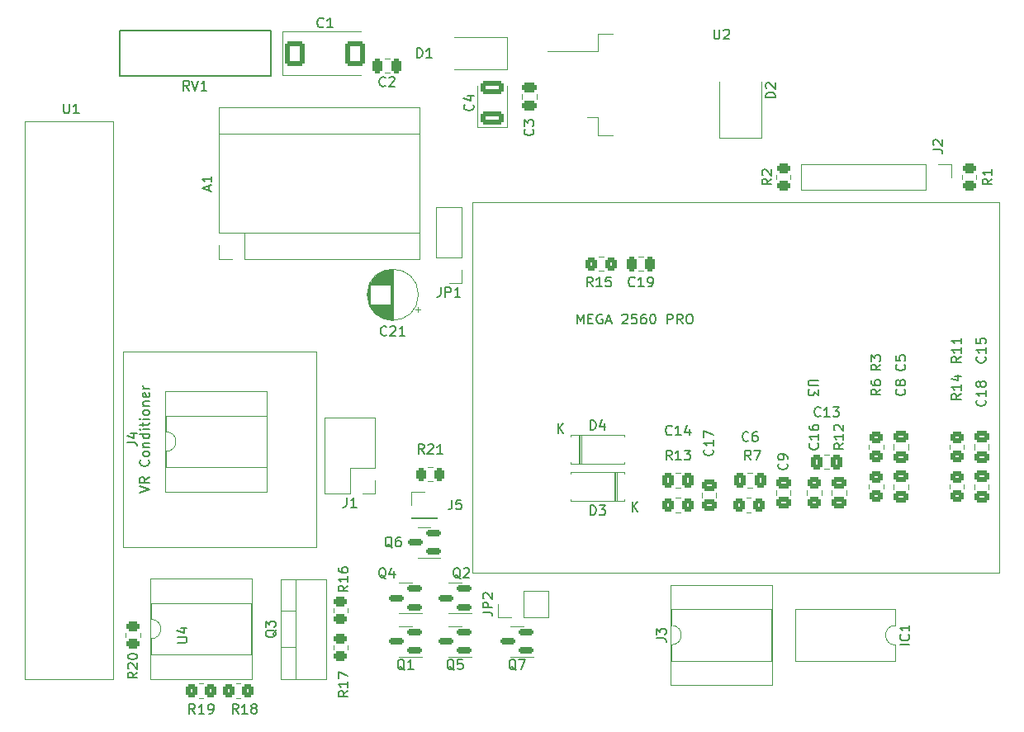
<source format=gto>
G04 #@! TF.GenerationSoftware,KiCad,Pcbnew,(6.0.1)*
G04 #@! TF.CreationDate,2022-02-05T13:28:53-05:00*
G04 #@! TF.ProjectId,klxecu,6b6c7865-6375-42e6-9b69-6361645f7063,rev?*
G04 #@! TF.SameCoordinates,Original*
G04 #@! TF.FileFunction,Legend,Top*
G04 #@! TF.FilePolarity,Positive*
%FSLAX46Y46*%
G04 Gerber Fmt 4.6, Leading zero omitted, Abs format (unit mm)*
G04 Created by KiCad (PCBNEW (6.0.1)) date 2022-02-05 13:28:53*
%MOMM*%
%LPD*%
G01*
G04 APERTURE LIST*
G04 Aperture macros list*
%AMRoundRect*
0 Rectangle with rounded corners*
0 $1 Rounding radius*
0 $2 $3 $4 $5 $6 $7 $8 $9 X,Y pos of 4 corners*
0 Add a 4 corners polygon primitive as box body*
4,1,4,$2,$3,$4,$5,$6,$7,$8,$9,$2,$3,0*
0 Add four circle primitives for the rounded corners*
1,1,$1+$1,$2,$3*
1,1,$1+$1,$4,$5*
1,1,$1+$1,$6,$7*
1,1,$1+$1,$8,$9*
0 Add four rect primitives between the rounded corners*
20,1,$1+$1,$2,$3,$4,$5,0*
20,1,$1+$1,$4,$5,$6,$7,0*
20,1,$1+$1,$6,$7,$8,$9,0*
20,1,$1+$1,$8,$9,$2,$3,0*%
G04 Aperture macros list end*
%ADD10C,0.150000*%
%ADD11C,0.120000*%
%ADD12R,1.700000X1.700000*%
%ADD13O,1.700000X1.700000*%
%ADD14RoundRect,0.150000X0.587500X0.150000X-0.587500X0.150000X-0.587500X-0.150000X0.587500X-0.150000X0*%
%ADD15RoundRect,0.250000X-0.350000X-0.450000X0.350000X-0.450000X0.350000X0.450000X-0.350000X0.450000X0*%
%ADD16RoundRect,0.250000X0.475000X-0.337500X0.475000X0.337500X-0.475000X0.337500X-0.475000X-0.337500X0*%
%ADD17RoundRect,0.250000X-0.337500X-0.475000X0.337500X-0.475000X0.337500X0.475000X-0.337500X0.475000X0*%
%ADD18RoundRect,0.250000X0.450000X-0.262500X0.450000X0.262500X-0.450000X0.262500X-0.450000X-0.262500X0*%
%ADD19RoundRect,0.250000X-0.262500X-0.450000X0.262500X-0.450000X0.262500X0.450000X-0.262500X0.450000X0*%
%ADD20C,1.800000*%
%ADD21RoundRect,0.250000X-0.450000X0.350000X-0.450000X-0.350000X0.450000X-0.350000X0.450000X0.350000X0*%
%ADD22R,1.600000X1.600000*%
%ADD23O,1.600000X1.600000*%
%ADD24C,1.524000*%
%ADD25RoundRect,0.250000X0.250000X0.475000X-0.250000X0.475000X-0.250000X-0.475000X0.250000X-0.475000X0*%
%ADD26R,2.000000X1.905000*%
%ADD27O,2.000000X1.905000*%
%ADD28R,2.300000X2.500000*%
%ADD29C,8.600000*%
%ADD30R,2.500000X1.800000*%
%ADD31R,2.200000X2.200000*%
%ADD32O,2.200000X2.200000*%
%ADD33RoundRect,0.250000X-0.787500X-1.025000X0.787500X-1.025000X0.787500X1.025000X-0.787500X1.025000X0*%
%ADD34RoundRect,0.250000X-0.250000X-0.475000X0.250000X-0.475000X0.250000X0.475000X-0.250000X0.475000X0*%
%ADD35RoundRect,0.250000X0.475000X-0.250000X0.475000X0.250000X-0.475000X0.250000X-0.475000X-0.250000X0*%
%ADD36R,4.600000X1.100000*%
%ADD37R,9.400000X10.800000*%
%ADD38C,1.600000*%
%ADD39C,3.800000*%
%ADD40C,1.700000*%
%ADD41RoundRect,0.250000X0.350000X0.450000X-0.350000X0.450000X-0.350000X-0.450000X0.350000X-0.450000X0*%
%ADD42RoundRect,0.250000X0.925000X-0.412500X0.925000X0.412500X-0.925000X0.412500X-0.925000X-0.412500X0*%
%ADD43C,4.400000*%
%ADD44RoundRect,0.250000X-0.450000X0.262500X-0.450000X-0.262500X0.450000X-0.262500X0.450000X0.262500X0*%
%ADD45RoundRect,0.250000X-0.475000X0.337500X-0.475000X-0.337500X0.475000X-0.337500X0.475000X0.337500X0*%
G04 APERTURE END LIST*
D10*
X59996666Y-89397380D02*
X59996666Y-90111666D01*
X59949047Y-90254523D01*
X59853809Y-90349761D01*
X59710952Y-90397380D01*
X59615714Y-90397380D01*
X60996666Y-90397380D02*
X60425238Y-90397380D01*
X60710952Y-90397380D02*
X60710952Y-89397380D01*
X60615714Y-89540238D01*
X60520476Y-89635476D01*
X60425238Y-89683095D01*
X73957380Y-101163333D02*
X74671666Y-101163333D01*
X74814523Y-101210952D01*
X74909761Y-101306190D01*
X74957380Y-101449047D01*
X74957380Y-101544285D01*
X74957380Y-100687142D02*
X73957380Y-100687142D01*
X73957380Y-100306190D01*
X74005000Y-100210952D01*
X74052619Y-100163333D01*
X74147857Y-100115714D01*
X74290714Y-100115714D01*
X74385952Y-100163333D01*
X74433571Y-100210952D01*
X74481190Y-100306190D01*
X74481190Y-100687142D01*
X74052619Y-99734761D02*
X74005000Y-99687142D01*
X73957380Y-99591904D01*
X73957380Y-99353809D01*
X74005000Y-99258571D01*
X74052619Y-99210952D01*
X74147857Y-99163333D01*
X74243095Y-99163333D01*
X74385952Y-99210952D01*
X74957380Y-99782380D01*
X74957380Y-99163333D01*
X77374761Y-107087619D02*
X77279523Y-107040000D01*
X77184285Y-106944761D01*
X77041428Y-106801904D01*
X76946190Y-106754285D01*
X76850952Y-106754285D01*
X76898571Y-106992380D02*
X76803333Y-106944761D01*
X76708095Y-106849523D01*
X76660476Y-106659047D01*
X76660476Y-106325714D01*
X76708095Y-106135238D01*
X76803333Y-106040000D01*
X76898571Y-105992380D01*
X77089047Y-105992380D01*
X77184285Y-106040000D01*
X77279523Y-106135238D01*
X77327142Y-106325714D01*
X77327142Y-106659047D01*
X77279523Y-106849523D01*
X77184285Y-106944761D01*
X77089047Y-106992380D01*
X76898571Y-106992380D01*
X77660476Y-105992380D02*
X78327142Y-105992380D01*
X77898571Y-106992380D01*
X93337142Y-85542380D02*
X93003809Y-85066190D01*
X92765714Y-85542380D02*
X92765714Y-84542380D01*
X93146666Y-84542380D01*
X93241904Y-84590000D01*
X93289523Y-84637619D01*
X93337142Y-84732857D01*
X93337142Y-84875714D01*
X93289523Y-84970952D01*
X93241904Y-85018571D01*
X93146666Y-85066190D01*
X92765714Y-85066190D01*
X94289523Y-85542380D02*
X93718095Y-85542380D01*
X94003809Y-85542380D02*
X94003809Y-84542380D01*
X93908571Y-84685238D01*
X93813333Y-84780476D01*
X93718095Y-84828095D01*
X94622857Y-84542380D02*
X95241904Y-84542380D01*
X94908571Y-84923333D01*
X95051428Y-84923333D01*
X95146666Y-84970952D01*
X95194285Y-85018571D01*
X95241904Y-85113809D01*
X95241904Y-85351904D01*
X95194285Y-85447142D01*
X95146666Y-85494761D01*
X95051428Y-85542380D01*
X94765714Y-85542380D01*
X94670476Y-85494761D01*
X94622857Y-85447142D01*
X97512142Y-84462857D02*
X97559761Y-84510476D01*
X97607380Y-84653333D01*
X97607380Y-84748571D01*
X97559761Y-84891428D01*
X97464523Y-84986666D01*
X97369285Y-85034285D01*
X97178809Y-85081904D01*
X97035952Y-85081904D01*
X96845476Y-85034285D01*
X96750238Y-84986666D01*
X96655000Y-84891428D01*
X96607380Y-84748571D01*
X96607380Y-84653333D01*
X96655000Y-84510476D01*
X96702619Y-84462857D01*
X97607380Y-83510476D02*
X97607380Y-84081904D01*
X97607380Y-83796190D02*
X96607380Y-83796190D01*
X96750238Y-83891428D01*
X96845476Y-83986666D01*
X96893095Y-84081904D01*
X96607380Y-83177142D02*
X96607380Y-82510476D01*
X97607380Y-82939047D01*
X93337142Y-82907142D02*
X93289523Y-82954761D01*
X93146666Y-83002380D01*
X93051428Y-83002380D01*
X92908571Y-82954761D01*
X92813333Y-82859523D01*
X92765714Y-82764285D01*
X92718095Y-82573809D01*
X92718095Y-82430952D01*
X92765714Y-82240476D01*
X92813333Y-82145238D01*
X92908571Y-82050000D01*
X93051428Y-82002380D01*
X93146666Y-82002380D01*
X93289523Y-82050000D01*
X93337142Y-82097619D01*
X94289523Y-83002380D02*
X93718095Y-83002380D01*
X94003809Y-83002380D02*
X94003809Y-82002380D01*
X93908571Y-82145238D01*
X93813333Y-82240476D01*
X93718095Y-82288095D01*
X95146666Y-82335714D02*
X95146666Y-83002380D01*
X94908571Y-81954761D02*
X94670476Y-82669047D01*
X95289523Y-82669047D01*
X38552380Y-107322857D02*
X38076190Y-107656190D01*
X38552380Y-107894285D02*
X37552380Y-107894285D01*
X37552380Y-107513333D01*
X37600000Y-107418095D01*
X37647619Y-107370476D01*
X37742857Y-107322857D01*
X37885714Y-107322857D01*
X37980952Y-107370476D01*
X38028571Y-107418095D01*
X38076190Y-107513333D01*
X38076190Y-107894285D01*
X37647619Y-106941904D02*
X37600000Y-106894285D01*
X37552380Y-106799047D01*
X37552380Y-106560952D01*
X37600000Y-106465714D01*
X37647619Y-106418095D01*
X37742857Y-106370476D01*
X37838095Y-106370476D01*
X37980952Y-106418095D01*
X38552380Y-106989523D01*
X38552380Y-106370476D01*
X37552380Y-105751428D02*
X37552380Y-105656190D01*
X37600000Y-105560952D01*
X37647619Y-105513333D01*
X37742857Y-105465714D01*
X37933333Y-105418095D01*
X38171428Y-105418095D01*
X38361904Y-105465714D01*
X38457142Y-105513333D01*
X38504761Y-105560952D01*
X38552380Y-105656190D01*
X38552380Y-105751428D01*
X38504761Y-105846666D01*
X38457142Y-105894285D01*
X38361904Y-105941904D01*
X38171428Y-105989523D01*
X37933333Y-105989523D01*
X37742857Y-105941904D01*
X37647619Y-105894285D01*
X37600000Y-105846666D01*
X37552380Y-105751428D01*
X67937142Y-84907380D02*
X67603809Y-84431190D01*
X67365714Y-84907380D02*
X67365714Y-83907380D01*
X67746666Y-83907380D01*
X67841904Y-83955000D01*
X67889523Y-84002619D01*
X67937142Y-84097857D01*
X67937142Y-84240714D01*
X67889523Y-84335952D01*
X67841904Y-84383571D01*
X67746666Y-84431190D01*
X67365714Y-84431190D01*
X68318095Y-84002619D02*
X68365714Y-83955000D01*
X68460952Y-83907380D01*
X68699047Y-83907380D01*
X68794285Y-83955000D01*
X68841904Y-84002619D01*
X68889523Y-84097857D01*
X68889523Y-84193095D01*
X68841904Y-84335952D01*
X68270476Y-84907380D01*
X68889523Y-84907380D01*
X69841904Y-84907380D02*
X69270476Y-84907380D01*
X69556190Y-84907380D02*
X69556190Y-83907380D01*
X69460952Y-84050238D01*
X69365714Y-84145476D01*
X69270476Y-84193095D01*
X43854761Y-47617380D02*
X43521428Y-47141190D01*
X43283333Y-47617380D02*
X43283333Y-46617380D01*
X43664285Y-46617380D01*
X43759523Y-46665000D01*
X43807142Y-46712619D01*
X43854761Y-46807857D01*
X43854761Y-46950714D01*
X43807142Y-47045952D01*
X43759523Y-47093571D01*
X43664285Y-47141190D01*
X43283333Y-47141190D01*
X44140476Y-46617380D02*
X44473809Y-47617380D01*
X44807142Y-46617380D01*
X45664285Y-47617380D02*
X45092857Y-47617380D01*
X45378571Y-47617380D02*
X45378571Y-46617380D01*
X45283333Y-46760238D01*
X45188095Y-46855476D01*
X45092857Y-46903095D01*
X123007380Y-78747857D02*
X122531190Y-79081190D01*
X123007380Y-79319285D02*
X122007380Y-79319285D01*
X122007380Y-78938333D01*
X122055000Y-78843095D01*
X122102619Y-78795476D01*
X122197857Y-78747857D01*
X122340714Y-78747857D01*
X122435952Y-78795476D01*
X122483571Y-78843095D01*
X122531190Y-78938333D01*
X122531190Y-79319285D01*
X123007380Y-77795476D02*
X123007380Y-78366904D01*
X123007380Y-78081190D02*
X122007380Y-78081190D01*
X122150238Y-78176428D01*
X122245476Y-78271666D01*
X122293095Y-78366904D01*
X122340714Y-76938333D02*
X123007380Y-76938333D01*
X121959761Y-77176428D02*
X122674047Y-77414523D01*
X122674047Y-76795476D01*
X71674761Y-97702619D02*
X71579523Y-97655000D01*
X71484285Y-97559761D01*
X71341428Y-97416904D01*
X71246190Y-97369285D01*
X71150952Y-97369285D01*
X71198571Y-97607380D02*
X71103333Y-97559761D01*
X71008095Y-97464523D01*
X70960476Y-97274047D01*
X70960476Y-96940714D01*
X71008095Y-96750238D01*
X71103333Y-96655000D01*
X71198571Y-96607380D01*
X71389047Y-96607380D01*
X71484285Y-96655000D01*
X71579523Y-96750238D01*
X71627142Y-96940714D01*
X71627142Y-97274047D01*
X71579523Y-97464523D01*
X71484285Y-97559761D01*
X71389047Y-97607380D01*
X71198571Y-97607380D01*
X72008095Y-96702619D02*
X72055714Y-96655000D01*
X72150952Y-96607380D01*
X72389047Y-96607380D01*
X72484285Y-96655000D01*
X72531904Y-96702619D01*
X72579523Y-96797857D01*
X72579523Y-96893095D01*
X72531904Y-97035952D01*
X71960476Y-97607380D01*
X72579523Y-97607380D01*
X91747380Y-103828333D02*
X92461666Y-103828333D01*
X92604523Y-103875952D01*
X92699761Y-103971190D01*
X92747380Y-104114047D01*
X92747380Y-104209285D01*
X91747380Y-103447380D02*
X91747380Y-102828333D01*
X92128333Y-103161666D01*
X92128333Y-103018809D01*
X92175952Y-102923571D01*
X92223571Y-102875952D01*
X92318809Y-102828333D01*
X92556904Y-102828333D01*
X92652142Y-102875952D01*
X92699761Y-102923571D01*
X92747380Y-103018809D01*
X92747380Y-103304523D01*
X92699761Y-103399761D01*
X92652142Y-103447380D01*
X108322619Y-77343095D02*
X107513095Y-77343095D01*
X107417857Y-77390714D01*
X107370238Y-77438333D01*
X107322619Y-77533571D01*
X107322619Y-77724047D01*
X107370238Y-77819285D01*
X107417857Y-77866904D01*
X107513095Y-77914523D01*
X108322619Y-77914523D01*
X108322619Y-78295476D02*
X108322619Y-78914523D01*
X107941666Y-78581190D01*
X107941666Y-78724047D01*
X107894047Y-78819285D01*
X107846428Y-78866904D01*
X107751190Y-78914523D01*
X107513095Y-78914523D01*
X107417857Y-78866904D01*
X107370238Y-78819285D01*
X107322619Y-78724047D01*
X107322619Y-78438333D01*
X107370238Y-78343095D01*
X107417857Y-78295476D01*
X83630238Y-71572380D02*
X83630238Y-70572380D01*
X83963571Y-71286666D01*
X84296904Y-70572380D01*
X84296904Y-71572380D01*
X84773095Y-71048571D02*
X85106428Y-71048571D01*
X85249285Y-71572380D02*
X84773095Y-71572380D01*
X84773095Y-70572380D01*
X85249285Y-70572380D01*
X86201666Y-70620000D02*
X86106428Y-70572380D01*
X85963571Y-70572380D01*
X85820714Y-70620000D01*
X85725476Y-70715238D01*
X85677857Y-70810476D01*
X85630238Y-71000952D01*
X85630238Y-71143809D01*
X85677857Y-71334285D01*
X85725476Y-71429523D01*
X85820714Y-71524761D01*
X85963571Y-71572380D01*
X86058809Y-71572380D01*
X86201666Y-71524761D01*
X86249285Y-71477142D01*
X86249285Y-71143809D01*
X86058809Y-71143809D01*
X86630238Y-71286666D02*
X87106428Y-71286666D01*
X86535000Y-71572380D02*
X86868333Y-70572380D01*
X87201666Y-71572380D01*
X88249285Y-70667619D02*
X88296904Y-70620000D01*
X88392142Y-70572380D01*
X88630238Y-70572380D01*
X88725476Y-70620000D01*
X88773095Y-70667619D01*
X88820714Y-70762857D01*
X88820714Y-70858095D01*
X88773095Y-71000952D01*
X88201666Y-71572380D01*
X88820714Y-71572380D01*
X89725476Y-70572380D02*
X89249285Y-70572380D01*
X89201666Y-71048571D01*
X89249285Y-71000952D01*
X89344523Y-70953333D01*
X89582619Y-70953333D01*
X89677857Y-71000952D01*
X89725476Y-71048571D01*
X89773095Y-71143809D01*
X89773095Y-71381904D01*
X89725476Y-71477142D01*
X89677857Y-71524761D01*
X89582619Y-71572380D01*
X89344523Y-71572380D01*
X89249285Y-71524761D01*
X89201666Y-71477142D01*
X90630238Y-70572380D02*
X90439761Y-70572380D01*
X90344523Y-70620000D01*
X90296904Y-70667619D01*
X90201666Y-70810476D01*
X90154047Y-71000952D01*
X90154047Y-71381904D01*
X90201666Y-71477142D01*
X90249285Y-71524761D01*
X90344523Y-71572380D01*
X90535000Y-71572380D01*
X90630238Y-71524761D01*
X90677857Y-71477142D01*
X90725476Y-71381904D01*
X90725476Y-71143809D01*
X90677857Y-71048571D01*
X90630238Y-71000952D01*
X90535000Y-70953333D01*
X90344523Y-70953333D01*
X90249285Y-71000952D01*
X90201666Y-71048571D01*
X90154047Y-71143809D01*
X91344523Y-70572380D02*
X91439761Y-70572380D01*
X91535000Y-70620000D01*
X91582619Y-70667619D01*
X91630238Y-70762857D01*
X91677857Y-70953333D01*
X91677857Y-71191428D01*
X91630238Y-71381904D01*
X91582619Y-71477142D01*
X91535000Y-71524761D01*
X91439761Y-71572380D01*
X91344523Y-71572380D01*
X91249285Y-71524761D01*
X91201666Y-71477142D01*
X91154047Y-71381904D01*
X91106428Y-71191428D01*
X91106428Y-70953333D01*
X91154047Y-70762857D01*
X91201666Y-70667619D01*
X91249285Y-70620000D01*
X91344523Y-70572380D01*
X92868333Y-71572380D02*
X92868333Y-70572380D01*
X93249285Y-70572380D01*
X93344523Y-70620000D01*
X93392142Y-70667619D01*
X93439761Y-70762857D01*
X93439761Y-70905714D01*
X93392142Y-71000952D01*
X93344523Y-71048571D01*
X93249285Y-71096190D01*
X92868333Y-71096190D01*
X94439761Y-71572380D02*
X94106428Y-71096190D01*
X93868333Y-71572380D02*
X93868333Y-70572380D01*
X94249285Y-70572380D01*
X94344523Y-70620000D01*
X94392142Y-70667619D01*
X94439761Y-70762857D01*
X94439761Y-70905714D01*
X94392142Y-71000952D01*
X94344523Y-71048571D01*
X94249285Y-71096190D01*
X93868333Y-71096190D01*
X95058809Y-70572380D02*
X95249285Y-70572380D01*
X95344523Y-70620000D01*
X95439761Y-70715238D01*
X95487380Y-70905714D01*
X95487380Y-71239047D01*
X95439761Y-71429523D01*
X95344523Y-71524761D01*
X95249285Y-71572380D01*
X95058809Y-71572380D01*
X94963571Y-71524761D01*
X94868333Y-71429523D01*
X94820714Y-71239047D01*
X94820714Y-70905714D01*
X94868333Y-70715238D01*
X94963571Y-70620000D01*
X95058809Y-70572380D01*
X63968333Y-47122142D02*
X63920714Y-47169761D01*
X63777857Y-47217380D01*
X63682619Y-47217380D01*
X63539761Y-47169761D01*
X63444523Y-47074523D01*
X63396904Y-46979285D01*
X63349285Y-46788809D01*
X63349285Y-46645952D01*
X63396904Y-46455476D01*
X63444523Y-46360238D01*
X63539761Y-46265000D01*
X63682619Y-46217380D01*
X63777857Y-46217380D01*
X63920714Y-46265000D01*
X63968333Y-46312619D01*
X64349285Y-46312619D02*
X64396904Y-46265000D01*
X64492142Y-46217380D01*
X64730238Y-46217380D01*
X64825476Y-46265000D01*
X64873095Y-46312619D01*
X64920714Y-46407857D01*
X64920714Y-46503095D01*
X64873095Y-46645952D01*
X64301666Y-47217380D01*
X64920714Y-47217380D01*
X117707380Y-104491190D02*
X116707380Y-104491190D01*
X117612142Y-103443571D02*
X117659761Y-103491190D01*
X117707380Y-103634047D01*
X117707380Y-103729285D01*
X117659761Y-103872142D01*
X117564523Y-103967380D01*
X117469285Y-104015000D01*
X117278809Y-104062619D01*
X117135952Y-104062619D01*
X116945476Y-104015000D01*
X116850238Y-103967380D01*
X116755000Y-103872142D01*
X116707380Y-103729285D01*
X116707380Y-103634047D01*
X116755000Y-103491190D01*
X116802619Y-103443571D01*
X117707380Y-102491190D02*
X117707380Y-103062619D01*
X117707380Y-102776904D02*
X116707380Y-102776904D01*
X116850238Y-102872142D01*
X116945476Y-102967380D01*
X116993095Y-103062619D01*
X120102380Y-53673333D02*
X120816666Y-53673333D01*
X120959523Y-53720952D01*
X121054761Y-53816190D01*
X121102380Y-53959047D01*
X121102380Y-54054285D01*
X120197619Y-53244761D02*
X120150000Y-53197142D01*
X120102380Y-53101904D01*
X120102380Y-52863809D01*
X120150000Y-52768571D01*
X120197619Y-52720952D01*
X120292857Y-52673333D01*
X120388095Y-52673333D01*
X120530952Y-52720952D01*
X121102380Y-53292380D01*
X121102380Y-52673333D01*
X52792619Y-102965238D02*
X52745000Y-103060476D01*
X52649761Y-103155714D01*
X52506904Y-103298571D01*
X52459285Y-103393809D01*
X52459285Y-103489047D01*
X52697380Y-103441428D02*
X52649761Y-103536666D01*
X52554523Y-103631904D01*
X52364047Y-103679523D01*
X52030714Y-103679523D01*
X51840238Y-103631904D01*
X51745000Y-103536666D01*
X51697380Y-103441428D01*
X51697380Y-103250952D01*
X51745000Y-103155714D01*
X51840238Y-103060476D01*
X52030714Y-103012857D01*
X52364047Y-103012857D01*
X52554523Y-103060476D01*
X52649761Y-103155714D01*
X52697380Y-103250952D01*
X52697380Y-103441428D01*
X51697380Y-102679523D02*
X51697380Y-102060476D01*
X52078333Y-102393809D01*
X52078333Y-102250952D01*
X52125952Y-102155714D01*
X52173571Y-102108095D01*
X52268809Y-102060476D01*
X52506904Y-102060476D01*
X52602142Y-102108095D01*
X52649761Y-102155714D01*
X52697380Y-102250952D01*
X52697380Y-102536666D01*
X52649761Y-102631904D01*
X52602142Y-102679523D01*
X108307142Y-83827857D02*
X108354761Y-83875476D01*
X108402380Y-84018333D01*
X108402380Y-84113571D01*
X108354761Y-84256428D01*
X108259523Y-84351666D01*
X108164285Y-84399285D01*
X107973809Y-84446904D01*
X107830952Y-84446904D01*
X107640476Y-84399285D01*
X107545238Y-84351666D01*
X107450000Y-84256428D01*
X107402380Y-84113571D01*
X107402380Y-84018333D01*
X107450000Y-83875476D01*
X107497619Y-83827857D01*
X108402380Y-82875476D02*
X108402380Y-83446904D01*
X108402380Y-83161190D02*
X107402380Y-83161190D01*
X107545238Y-83256428D01*
X107640476Y-83351666D01*
X107688095Y-83446904D01*
X107402380Y-82018333D02*
X107402380Y-82208809D01*
X107450000Y-82304047D01*
X107497619Y-82351666D01*
X107640476Y-82446904D01*
X107830952Y-82494523D01*
X108211904Y-82494523D01*
X108307142Y-82446904D01*
X108354761Y-82399285D01*
X108402380Y-82304047D01*
X108402380Y-82113571D01*
X108354761Y-82018333D01*
X108307142Y-81970714D01*
X108211904Y-81923095D01*
X107973809Y-81923095D01*
X107878571Y-81970714D01*
X107830952Y-82018333D01*
X107783333Y-82113571D01*
X107783333Y-82304047D01*
X107830952Y-82399285D01*
X107878571Y-82446904D01*
X107973809Y-82494523D01*
X103957380Y-48363095D02*
X102957380Y-48363095D01*
X102957380Y-48125000D01*
X103005000Y-47982142D01*
X103100238Y-47886904D01*
X103195476Y-47839285D01*
X103385952Y-47791666D01*
X103528809Y-47791666D01*
X103719285Y-47839285D01*
X103814523Y-47886904D01*
X103909761Y-47982142D01*
X103957380Y-48125000D01*
X103957380Y-48363095D01*
X103052619Y-47410714D02*
X103005000Y-47363095D01*
X102957380Y-47267857D01*
X102957380Y-47029761D01*
X103005000Y-46934523D01*
X103052619Y-46886904D01*
X103147857Y-46839285D01*
X103243095Y-46839285D01*
X103385952Y-46886904D01*
X103957380Y-47458333D01*
X103957380Y-46839285D01*
X69651666Y-67807380D02*
X69651666Y-68521666D01*
X69604047Y-68664523D01*
X69508809Y-68759761D01*
X69365952Y-68807380D01*
X69270714Y-68807380D01*
X70127857Y-68807380D02*
X70127857Y-67807380D01*
X70508809Y-67807380D01*
X70604047Y-67855000D01*
X70651666Y-67902619D01*
X70699285Y-67997857D01*
X70699285Y-68140714D01*
X70651666Y-68235952D01*
X70604047Y-68283571D01*
X70508809Y-68331190D01*
X70127857Y-68331190D01*
X71651666Y-68807380D02*
X71080238Y-68807380D01*
X71365952Y-68807380D02*
X71365952Y-67807380D01*
X71270714Y-67950238D01*
X71175476Y-68045476D01*
X71080238Y-68093095D01*
X101433333Y-85542380D02*
X101100000Y-85066190D01*
X100861904Y-85542380D02*
X100861904Y-84542380D01*
X101242857Y-84542380D01*
X101338095Y-84590000D01*
X101385714Y-84637619D01*
X101433333Y-84732857D01*
X101433333Y-84875714D01*
X101385714Y-84970952D01*
X101338095Y-85018571D01*
X101242857Y-85066190D01*
X100861904Y-85066190D01*
X101766666Y-84542380D02*
X102433333Y-84542380D01*
X102004761Y-85542380D01*
X64039761Y-97702619D02*
X63944523Y-97655000D01*
X63849285Y-97559761D01*
X63706428Y-97416904D01*
X63611190Y-97369285D01*
X63515952Y-97369285D01*
X63563571Y-97607380D02*
X63468333Y-97559761D01*
X63373095Y-97464523D01*
X63325476Y-97274047D01*
X63325476Y-96940714D01*
X63373095Y-96750238D01*
X63468333Y-96655000D01*
X63563571Y-96607380D01*
X63754047Y-96607380D01*
X63849285Y-96655000D01*
X63944523Y-96750238D01*
X63992142Y-96940714D01*
X63992142Y-97274047D01*
X63944523Y-97464523D01*
X63849285Y-97559761D01*
X63754047Y-97607380D01*
X63563571Y-97607380D01*
X64849285Y-96940714D02*
X64849285Y-97607380D01*
X64611190Y-96559761D02*
X64373095Y-97274047D01*
X64992142Y-97274047D01*
X37507380Y-83722844D02*
X38221666Y-83722844D01*
X38364523Y-83770463D01*
X38459761Y-83865701D01*
X38507380Y-84008558D01*
X38507380Y-84103796D01*
X37840714Y-82818082D02*
X38507380Y-82818082D01*
X37459761Y-83056177D02*
X38174047Y-83294272D01*
X38174047Y-82675225D01*
X38777380Y-88865701D02*
X39777380Y-88532368D01*
X38777380Y-88199034D01*
X39777380Y-87294272D02*
X39301190Y-87627606D01*
X39777380Y-87865701D02*
X38777380Y-87865701D01*
X38777380Y-87484749D01*
X38825000Y-87389511D01*
X38872619Y-87341891D01*
X38967857Y-87294272D01*
X39110714Y-87294272D01*
X39205952Y-87341891D01*
X39253571Y-87389511D01*
X39301190Y-87484749D01*
X39301190Y-87865701D01*
X39682142Y-85532368D02*
X39729761Y-85579987D01*
X39777380Y-85722844D01*
X39777380Y-85818082D01*
X39729761Y-85960939D01*
X39634523Y-86056177D01*
X39539285Y-86103796D01*
X39348809Y-86151415D01*
X39205952Y-86151415D01*
X39015476Y-86103796D01*
X38920238Y-86056177D01*
X38825000Y-85960939D01*
X38777380Y-85818082D01*
X38777380Y-85722844D01*
X38825000Y-85579987D01*
X38872619Y-85532368D01*
X39777380Y-84960939D02*
X39729761Y-85056177D01*
X39682142Y-85103796D01*
X39586904Y-85151415D01*
X39301190Y-85151415D01*
X39205952Y-85103796D01*
X39158333Y-85056177D01*
X39110714Y-84960939D01*
X39110714Y-84818082D01*
X39158333Y-84722844D01*
X39205952Y-84675225D01*
X39301190Y-84627606D01*
X39586904Y-84627606D01*
X39682142Y-84675225D01*
X39729761Y-84722844D01*
X39777380Y-84818082D01*
X39777380Y-84960939D01*
X39110714Y-84199034D02*
X39777380Y-84199034D01*
X39205952Y-84199034D02*
X39158333Y-84151415D01*
X39110714Y-84056177D01*
X39110714Y-83913320D01*
X39158333Y-83818082D01*
X39253571Y-83770463D01*
X39777380Y-83770463D01*
X39777380Y-82865701D02*
X38777380Y-82865701D01*
X39729761Y-82865701D02*
X39777380Y-82960939D01*
X39777380Y-83151415D01*
X39729761Y-83246653D01*
X39682142Y-83294272D01*
X39586904Y-83341891D01*
X39301190Y-83341891D01*
X39205952Y-83294272D01*
X39158333Y-83246653D01*
X39110714Y-83151415D01*
X39110714Y-82960939D01*
X39158333Y-82865701D01*
X39777380Y-82389511D02*
X39110714Y-82389511D01*
X38777380Y-82389511D02*
X38825000Y-82437130D01*
X38872619Y-82389511D01*
X38825000Y-82341891D01*
X38777380Y-82389511D01*
X38872619Y-82389511D01*
X39110714Y-82056177D02*
X39110714Y-81675225D01*
X38777380Y-81913320D02*
X39634523Y-81913320D01*
X39729761Y-81865701D01*
X39777380Y-81770463D01*
X39777380Y-81675225D01*
X39777380Y-81341891D02*
X39110714Y-81341891D01*
X38777380Y-81341891D02*
X38825000Y-81389511D01*
X38872619Y-81341891D01*
X38825000Y-81294272D01*
X38777380Y-81341891D01*
X38872619Y-81341891D01*
X39777380Y-80722844D02*
X39729761Y-80818082D01*
X39682142Y-80865701D01*
X39586904Y-80913320D01*
X39301190Y-80913320D01*
X39205952Y-80865701D01*
X39158333Y-80818082D01*
X39110714Y-80722844D01*
X39110714Y-80579987D01*
X39158333Y-80484749D01*
X39205952Y-80437130D01*
X39301190Y-80389511D01*
X39586904Y-80389511D01*
X39682142Y-80437130D01*
X39729761Y-80484749D01*
X39777380Y-80579987D01*
X39777380Y-80722844D01*
X39110714Y-79960939D02*
X39777380Y-79960939D01*
X39205952Y-79960939D02*
X39158333Y-79913320D01*
X39110714Y-79818082D01*
X39110714Y-79675225D01*
X39158333Y-79579987D01*
X39253571Y-79532368D01*
X39777380Y-79532368D01*
X39729761Y-78675225D02*
X39777380Y-78770463D01*
X39777380Y-78960939D01*
X39729761Y-79056177D01*
X39634523Y-79103796D01*
X39253571Y-79103796D01*
X39158333Y-79056177D01*
X39110714Y-78960939D01*
X39110714Y-78770463D01*
X39158333Y-78675225D01*
X39253571Y-78627606D01*
X39348809Y-78627606D01*
X39444047Y-79103796D01*
X39777380Y-78199034D02*
X39110714Y-78199034D01*
X39301190Y-78199034D02*
X39205952Y-78151415D01*
X39158333Y-78103796D01*
X39110714Y-78008558D01*
X39110714Y-77913320D01*
X65944761Y-107087619D02*
X65849523Y-107040000D01*
X65754285Y-106944761D01*
X65611428Y-106801904D01*
X65516190Y-106754285D01*
X65420952Y-106754285D01*
X65468571Y-106992380D02*
X65373333Y-106944761D01*
X65278095Y-106849523D01*
X65230476Y-106659047D01*
X65230476Y-106325714D01*
X65278095Y-106135238D01*
X65373333Y-106040000D01*
X65468571Y-105992380D01*
X65659047Y-105992380D01*
X65754285Y-106040000D01*
X65849523Y-106135238D01*
X65897142Y-106325714D01*
X65897142Y-106659047D01*
X65849523Y-106849523D01*
X65754285Y-106944761D01*
X65659047Y-106992380D01*
X65468571Y-106992380D01*
X66849523Y-106992380D02*
X66278095Y-106992380D01*
X66563809Y-106992380D02*
X66563809Y-105992380D01*
X66468571Y-106135238D01*
X66373333Y-106230476D01*
X66278095Y-106278095D01*
X101200833Y-83542142D02*
X101153214Y-83589761D01*
X101010357Y-83637380D01*
X100915119Y-83637380D01*
X100772261Y-83589761D01*
X100677023Y-83494523D01*
X100629404Y-83399285D01*
X100581785Y-83208809D01*
X100581785Y-83065952D01*
X100629404Y-82875476D01*
X100677023Y-82780238D01*
X100772261Y-82685000D01*
X100915119Y-82637380D01*
X101010357Y-82637380D01*
X101153214Y-82685000D01*
X101200833Y-82732619D01*
X102057976Y-82637380D02*
X101867500Y-82637380D01*
X101772261Y-82685000D01*
X101724642Y-82732619D01*
X101629404Y-82875476D01*
X101581785Y-83065952D01*
X101581785Y-83446904D01*
X101629404Y-83542142D01*
X101677023Y-83589761D01*
X101772261Y-83637380D01*
X101962738Y-83637380D01*
X102057976Y-83589761D01*
X102105595Y-83542142D01*
X102153214Y-83446904D01*
X102153214Y-83208809D01*
X102105595Y-83113571D01*
X102057976Y-83065952D01*
X101962738Y-83018333D01*
X101772261Y-83018333D01*
X101677023Y-83065952D01*
X101629404Y-83113571D01*
X101581785Y-83208809D01*
X67206904Y-44267380D02*
X67206904Y-43267380D01*
X67445000Y-43267380D01*
X67587857Y-43315000D01*
X67683095Y-43410238D01*
X67730714Y-43505476D01*
X67778333Y-43695952D01*
X67778333Y-43838809D01*
X67730714Y-44029285D01*
X67683095Y-44124523D01*
X67587857Y-44219761D01*
X67445000Y-44267380D01*
X67206904Y-44267380D01*
X68730714Y-44267380D02*
X68159285Y-44267380D01*
X68445000Y-44267380D02*
X68445000Y-43267380D01*
X68349761Y-43410238D01*
X68254523Y-43505476D01*
X68159285Y-43553095D01*
X84986904Y-91187380D02*
X84986904Y-90187380D01*
X85225000Y-90187380D01*
X85367857Y-90235000D01*
X85463095Y-90330238D01*
X85510714Y-90425476D01*
X85558333Y-90615952D01*
X85558333Y-90758809D01*
X85510714Y-90949285D01*
X85463095Y-91044523D01*
X85367857Y-91139761D01*
X85225000Y-91187380D01*
X84986904Y-91187380D01*
X85891666Y-90187380D02*
X86510714Y-90187380D01*
X86177380Y-90568333D01*
X86320238Y-90568333D01*
X86415476Y-90615952D01*
X86463095Y-90663571D01*
X86510714Y-90758809D01*
X86510714Y-90996904D01*
X86463095Y-91092142D01*
X86415476Y-91139761D01*
X86320238Y-91187380D01*
X86034523Y-91187380D01*
X85939285Y-91139761D01*
X85891666Y-91092142D01*
X89273095Y-90817380D02*
X89273095Y-89817380D01*
X89844523Y-90817380D02*
X89415952Y-90245952D01*
X89844523Y-89817380D02*
X89273095Y-90388809D01*
X110942380Y-83827857D02*
X110466190Y-84161190D01*
X110942380Y-84399285D02*
X109942380Y-84399285D01*
X109942380Y-84018333D01*
X109990000Y-83923095D01*
X110037619Y-83875476D01*
X110132857Y-83827857D01*
X110275714Y-83827857D01*
X110370952Y-83875476D01*
X110418571Y-83923095D01*
X110466190Y-84018333D01*
X110466190Y-84399285D01*
X110942380Y-82875476D02*
X110942380Y-83446904D01*
X110942380Y-83161190D02*
X109942380Y-83161190D01*
X110085238Y-83256428D01*
X110180476Y-83351666D01*
X110228095Y-83446904D01*
X110037619Y-82494523D02*
X109990000Y-82446904D01*
X109942380Y-82351666D01*
X109942380Y-82113571D01*
X109990000Y-82018333D01*
X110037619Y-81970714D01*
X110132857Y-81923095D01*
X110228095Y-81923095D01*
X110370952Y-81970714D01*
X110942380Y-82542142D01*
X110942380Y-81923095D01*
X57618333Y-41072142D02*
X57570714Y-41119761D01*
X57427857Y-41167380D01*
X57332619Y-41167380D01*
X57189761Y-41119761D01*
X57094523Y-41024523D01*
X57046904Y-40929285D01*
X56999285Y-40738809D01*
X56999285Y-40595952D01*
X57046904Y-40405476D01*
X57094523Y-40310238D01*
X57189761Y-40215000D01*
X57332619Y-40167380D01*
X57427857Y-40167380D01*
X57570714Y-40215000D01*
X57618333Y-40262619D01*
X58570714Y-41167380D02*
X57999285Y-41167380D01*
X58285000Y-41167380D02*
X58285000Y-40167380D01*
X58189761Y-40310238D01*
X58094523Y-40405476D01*
X57999285Y-40453095D01*
X44442142Y-111577380D02*
X44108809Y-111101190D01*
X43870714Y-111577380D02*
X43870714Y-110577380D01*
X44251666Y-110577380D01*
X44346904Y-110625000D01*
X44394523Y-110672619D01*
X44442142Y-110767857D01*
X44442142Y-110910714D01*
X44394523Y-111005952D01*
X44346904Y-111053571D01*
X44251666Y-111101190D01*
X43870714Y-111101190D01*
X45394523Y-111577380D02*
X44823095Y-111577380D01*
X45108809Y-111577380D02*
X45108809Y-110577380D01*
X45013571Y-110720238D01*
X44918333Y-110815476D01*
X44823095Y-110863095D01*
X45870714Y-111577380D02*
X46061190Y-111577380D01*
X46156428Y-111529761D01*
X46204047Y-111482142D01*
X46299285Y-111339285D01*
X46346904Y-111148809D01*
X46346904Y-110767857D01*
X46299285Y-110672619D01*
X46251666Y-110625000D01*
X46156428Y-110577380D01*
X45965952Y-110577380D01*
X45870714Y-110625000D01*
X45823095Y-110672619D01*
X45775476Y-110767857D01*
X45775476Y-111005952D01*
X45823095Y-111101190D01*
X45870714Y-111148809D01*
X45965952Y-111196428D01*
X46156428Y-111196428D01*
X46251666Y-111148809D01*
X46299285Y-111101190D01*
X46346904Y-111005952D01*
X89527142Y-67667142D02*
X89479523Y-67714761D01*
X89336666Y-67762380D01*
X89241428Y-67762380D01*
X89098571Y-67714761D01*
X89003333Y-67619523D01*
X88955714Y-67524285D01*
X88908095Y-67333809D01*
X88908095Y-67190952D01*
X88955714Y-67000476D01*
X89003333Y-66905238D01*
X89098571Y-66810000D01*
X89241428Y-66762380D01*
X89336666Y-66762380D01*
X89479523Y-66810000D01*
X89527142Y-66857619D01*
X90479523Y-67762380D02*
X89908095Y-67762380D01*
X90193809Y-67762380D02*
X90193809Y-66762380D01*
X90098571Y-66905238D01*
X90003333Y-67000476D01*
X89908095Y-67048095D01*
X90955714Y-67762380D02*
X91146190Y-67762380D01*
X91241428Y-67714761D01*
X91289047Y-67667142D01*
X91384285Y-67524285D01*
X91431904Y-67333809D01*
X91431904Y-66952857D01*
X91384285Y-66857619D01*
X91336666Y-66810000D01*
X91241428Y-66762380D01*
X91050952Y-66762380D01*
X90955714Y-66810000D01*
X90908095Y-66857619D01*
X90860476Y-66952857D01*
X90860476Y-67190952D01*
X90908095Y-67286190D01*
X90955714Y-67333809D01*
X91050952Y-67381428D01*
X91241428Y-67381428D01*
X91336666Y-67333809D01*
X91384285Y-67286190D01*
X91431904Y-67190952D01*
X114752380Y-75731666D02*
X114276190Y-76065000D01*
X114752380Y-76303095D02*
X113752380Y-76303095D01*
X113752380Y-75922142D01*
X113800000Y-75826904D01*
X113847619Y-75779285D01*
X113942857Y-75731666D01*
X114085714Y-75731666D01*
X114180952Y-75779285D01*
X114228571Y-75826904D01*
X114276190Y-75922142D01*
X114276190Y-76303095D01*
X113752380Y-75398333D02*
X113752380Y-74779285D01*
X114133333Y-75112619D01*
X114133333Y-74969761D01*
X114180952Y-74874523D01*
X114228571Y-74826904D01*
X114323809Y-74779285D01*
X114561904Y-74779285D01*
X114657142Y-74826904D01*
X114704761Y-74874523D01*
X114752380Y-74969761D01*
X114752380Y-75255476D01*
X114704761Y-75350714D01*
X114657142Y-75398333D01*
X79097142Y-51601666D02*
X79144761Y-51649285D01*
X79192380Y-51792142D01*
X79192380Y-51887380D01*
X79144761Y-52030238D01*
X79049523Y-52125476D01*
X78954285Y-52173095D01*
X78763809Y-52220714D01*
X78620952Y-52220714D01*
X78430476Y-52173095D01*
X78335238Y-52125476D01*
X78240000Y-52030238D01*
X78192380Y-51887380D01*
X78192380Y-51792142D01*
X78240000Y-51649285D01*
X78287619Y-51601666D01*
X78192380Y-51268333D02*
X78192380Y-50649285D01*
X78573333Y-50982619D01*
X78573333Y-50839761D01*
X78620952Y-50744523D01*
X78668571Y-50696904D01*
X78763809Y-50649285D01*
X79001904Y-50649285D01*
X79097142Y-50696904D01*
X79144761Y-50744523D01*
X79192380Y-50839761D01*
X79192380Y-51125476D01*
X79144761Y-51220714D01*
X79097142Y-51268333D01*
X123007380Y-74937857D02*
X122531190Y-75271190D01*
X123007380Y-75509285D02*
X122007380Y-75509285D01*
X122007380Y-75128333D01*
X122055000Y-75033095D01*
X122102619Y-74985476D01*
X122197857Y-74937857D01*
X122340714Y-74937857D01*
X122435952Y-74985476D01*
X122483571Y-75033095D01*
X122531190Y-75128333D01*
X122531190Y-75509285D01*
X123007380Y-73985476D02*
X123007380Y-74556904D01*
X123007380Y-74271190D02*
X122007380Y-74271190D01*
X122150238Y-74366428D01*
X122245476Y-74461666D01*
X122293095Y-74556904D01*
X123007380Y-73033095D02*
X123007380Y-73604523D01*
X123007380Y-73318809D02*
X122007380Y-73318809D01*
X122150238Y-73414047D01*
X122245476Y-73509285D01*
X122293095Y-73604523D01*
X125452142Y-79382857D02*
X125499761Y-79430476D01*
X125547380Y-79573333D01*
X125547380Y-79668571D01*
X125499761Y-79811428D01*
X125404523Y-79906666D01*
X125309285Y-79954285D01*
X125118809Y-80001904D01*
X124975952Y-80001904D01*
X124785476Y-79954285D01*
X124690238Y-79906666D01*
X124595000Y-79811428D01*
X124547380Y-79668571D01*
X124547380Y-79573333D01*
X124595000Y-79430476D01*
X124642619Y-79382857D01*
X125547380Y-78430476D02*
X125547380Y-79001904D01*
X125547380Y-78716190D02*
X124547380Y-78716190D01*
X124690238Y-78811428D01*
X124785476Y-78906666D01*
X124833095Y-79001904D01*
X124975952Y-77859047D02*
X124928333Y-77954285D01*
X124880714Y-78001904D01*
X124785476Y-78049523D01*
X124737857Y-78049523D01*
X124642619Y-78001904D01*
X124595000Y-77954285D01*
X124547380Y-77859047D01*
X124547380Y-77668571D01*
X124595000Y-77573333D01*
X124642619Y-77525714D01*
X124737857Y-77478095D01*
X124785476Y-77478095D01*
X124880714Y-77525714D01*
X124928333Y-77573333D01*
X124975952Y-77668571D01*
X124975952Y-77859047D01*
X125023571Y-77954285D01*
X125071190Y-78001904D01*
X125166428Y-78049523D01*
X125356904Y-78049523D01*
X125452142Y-78001904D01*
X125499761Y-77954285D01*
X125547380Y-77859047D01*
X125547380Y-77668571D01*
X125499761Y-77573333D01*
X125452142Y-77525714D01*
X125356904Y-77478095D01*
X125166428Y-77478095D01*
X125071190Y-77525714D01*
X125023571Y-77573333D01*
X124975952Y-77668571D01*
X71024761Y-107087619D02*
X70929523Y-107040000D01*
X70834285Y-106944761D01*
X70691428Y-106801904D01*
X70596190Y-106754285D01*
X70500952Y-106754285D01*
X70548571Y-106992380D02*
X70453333Y-106944761D01*
X70358095Y-106849523D01*
X70310476Y-106659047D01*
X70310476Y-106325714D01*
X70358095Y-106135238D01*
X70453333Y-106040000D01*
X70548571Y-105992380D01*
X70739047Y-105992380D01*
X70834285Y-106040000D01*
X70929523Y-106135238D01*
X70977142Y-106325714D01*
X70977142Y-106659047D01*
X70929523Y-106849523D01*
X70834285Y-106944761D01*
X70739047Y-106992380D01*
X70548571Y-106992380D01*
X71881904Y-105992380D02*
X71405714Y-105992380D01*
X71358095Y-106468571D01*
X71405714Y-106420952D01*
X71500952Y-106373333D01*
X71739047Y-106373333D01*
X71834285Y-106420952D01*
X71881904Y-106468571D01*
X71929523Y-106563809D01*
X71929523Y-106801904D01*
X71881904Y-106897142D01*
X71834285Y-106944761D01*
X71739047Y-106992380D01*
X71500952Y-106992380D01*
X71405714Y-106944761D01*
X71358095Y-106897142D01*
X64674761Y-94527619D02*
X64579523Y-94480000D01*
X64484285Y-94384761D01*
X64341428Y-94241904D01*
X64246190Y-94194285D01*
X64150952Y-94194285D01*
X64198571Y-94432380D02*
X64103333Y-94384761D01*
X64008095Y-94289523D01*
X63960476Y-94099047D01*
X63960476Y-93765714D01*
X64008095Y-93575238D01*
X64103333Y-93480000D01*
X64198571Y-93432380D01*
X64389047Y-93432380D01*
X64484285Y-93480000D01*
X64579523Y-93575238D01*
X64627142Y-93765714D01*
X64627142Y-94099047D01*
X64579523Y-94289523D01*
X64484285Y-94384761D01*
X64389047Y-94432380D01*
X64198571Y-94432380D01*
X65484285Y-93432380D02*
X65293809Y-93432380D01*
X65198571Y-93480000D01*
X65150952Y-93527619D01*
X65055714Y-93670476D01*
X65008095Y-93860952D01*
X65008095Y-94241904D01*
X65055714Y-94337142D01*
X65103333Y-94384761D01*
X65198571Y-94432380D01*
X65389047Y-94432380D01*
X65484285Y-94384761D01*
X65531904Y-94337142D01*
X65579523Y-94241904D01*
X65579523Y-94003809D01*
X65531904Y-93908571D01*
X65484285Y-93860952D01*
X65389047Y-93813333D01*
X65198571Y-93813333D01*
X65103333Y-93860952D01*
X65055714Y-93908571D01*
X65008095Y-94003809D01*
X97663095Y-41362380D02*
X97663095Y-42171904D01*
X97710714Y-42267142D01*
X97758333Y-42314761D01*
X97853571Y-42362380D01*
X98044047Y-42362380D01*
X98139285Y-42314761D01*
X98186904Y-42267142D01*
X98234523Y-42171904D01*
X98234523Y-41362380D01*
X98663095Y-41457619D02*
X98710714Y-41410000D01*
X98805952Y-41362380D01*
X99044047Y-41362380D01*
X99139285Y-41410000D01*
X99186904Y-41457619D01*
X99234523Y-41552857D01*
X99234523Y-41648095D01*
X99186904Y-41790952D01*
X98615476Y-42362380D01*
X99234523Y-42362380D01*
X84986904Y-82437380D02*
X84986904Y-81437380D01*
X85225000Y-81437380D01*
X85367857Y-81485000D01*
X85463095Y-81580238D01*
X85510714Y-81675476D01*
X85558333Y-81865952D01*
X85558333Y-82008809D01*
X85510714Y-82199285D01*
X85463095Y-82294523D01*
X85367857Y-82389761D01*
X85225000Y-82437380D01*
X84986904Y-82437380D01*
X86415476Y-81770714D02*
X86415476Y-82437380D01*
X86177380Y-81389761D02*
X85939285Y-82104047D01*
X86558333Y-82104047D01*
X81653095Y-82807380D02*
X81653095Y-81807380D01*
X82224523Y-82807380D02*
X81795952Y-82235952D01*
X82224523Y-81807380D02*
X81653095Y-82378809D01*
X64082254Y-72687142D02*
X64034635Y-72734761D01*
X63891778Y-72782380D01*
X63796540Y-72782380D01*
X63653683Y-72734761D01*
X63558445Y-72639523D01*
X63510826Y-72544285D01*
X63463207Y-72353809D01*
X63463207Y-72210952D01*
X63510826Y-72020476D01*
X63558445Y-71925238D01*
X63653683Y-71830000D01*
X63796540Y-71782380D01*
X63891778Y-71782380D01*
X64034635Y-71830000D01*
X64082254Y-71877619D01*
X64463207Y-71877619D02*
X64510826Y-71830000D01*
X64606064Y-71782380D01*
X64844159Y-71782380D01*
X64939397Y-71830000D01*
X64987016Y-71877619D01*
X65034635Y-71972857D01*
X65034635Y-72068095D01*
X64987016Y-72210952D01*
X64415588Y-72782380D01*
X65034635Y-72782380D01*
X65987016Y-72782380D02*
X65415588Y-72782380D01*
X65701302Y-72782380D02*
X65701302Y-71782380D01*
X65606064Y-71925238D01*
X65510826Y-72020476D01*
X65415588Y-72068095D01*
X117197142Y-78271666D02*
X117244761Y-78319285D01*
X117292380Y-78462142D01*
X117292380Y-78557380D01*
X117244761Y-78700238D01*
X117149523Y-78795476D01*
X117054285Y-78843095D01*
X116863809Y-78890714D01*
X116720952Y-78890714D01*
X116530476Y-78843095D01*
X116435238Y-78795476D01*
X116340000Y-78700238D01*
X116292380Y-78557380D01*
X116292380Y-78462142D01*
X116340000Y-78319285D01*
X116387619Y-78271666D01*
X116720952Y-77700238D02*
X116673333Y-77795476D01*
X116625714Y-77843095D01*
X116530476Y-77890714D01*
X116482857Y-77890714D01*
X116387619Y-77843095D01*
X116340000Y-77795476D01*
X116292380Y-77700238D01*
X116292380Y-77509761D01*
X116340000Y-77414523D01*
X116387619Y-77366904D01*
X116482857Y-77319285D01*
X116530476Y-77319285D01*
X116625714Y-77366904D01*
X116673333Y-77414523D01*
X116720952Y-77509761D01*
X116720952Y-77700238D01*
X116768571Y-77795476D01*
X116816190Y-77843095D01*
X116911428Y-77890714D01*
X117101904Y-77890714D01*
X117197142Y-77843095D01*
X117244761Y-77795476D01*
X117292380Y-77700238D01*
X117292380Y-77509761D01*
X117244761Y-77414523D01*
X117197142Y-77366904D01*
X117101904Y-77319285D01*
X116911428Y-77319285D01*
X116816190Y-77366904D01*
X116768571Y-77414523D01*
X116720952Y-77509761D01*
X105132142Y-85891666D02*
X105179761Y-85939285D01*
X105227380Y-86082142D01*
X105227380Y-86177380D01*
X105179761Y-86320238D01*
X105084523Y-86415476D01*
X104989285Y-86463095D01*
X104798809Y-86510714D01*
X104655952Y-86510714D01*
X104465476Y-86463095D01*
X104370238Y-86415476D01*
X104275000Y-86320238D01*
X104227380Y-86177380D01*
X104227380Y-86082142D01*
X104275000Y-85939285D01*
X104322619Y-85891666D01*
X105227380Y-85415476D02*
X105227380Y-85225000D01*
X105179761Y-85129761D01*
X105132142Y-85082142D01*
X104989285Y-84986904D01*
X104798809Y-84939285D01*
X104417857Y-84939285D01*
X104322619Y-84986904D01*
X104275000Y-85034523D01*
X104227380Y-85129761D01*
X104227380Y-85320238D01*
X104275000Y-85415476D01*
X104322619Y-85463095D01*
X104417857Y-85510714D01*
X104655952Y-85510714D01*
X104751190Y-85463095D01*
X104798809Y-85415476D01*
X104846428Y-85320238D01*
X104846428Y-85129761D01*
X104798809Y-85034523D01*
X104751190Y-84986904D01*
X104655952Y-84939285D01*
X103577380Y-56681666D02*
X103101190Y-57015000D01*
X103577380Y-57253095D02*
X102577380Y-57253095D01*
X102577380Y-56872142D01*
X102625000Y-56776904D01*
X102672619Y-56729285D01*
X102767857Y-56681666D01*
X102910714Y-56681666D01*
X103005952Y-56729285D01*
X103053571Y-56776904D01*
X103101190Y-56872142D01*
X103101190Y-57253095D01*
X102672619Y-56300714D02*
X102625000Y-56253095D01*
X102577380Y-56157857D01*
X102577380Y-55919761D01*
X102625000Y-55824523D01*
X102672619Y-55776904D01*
X102767857Y-55729285D01*
X102863095Y-55729285D01*
X103005952Y-55776904D01*
X103577380Y-56348333D01*
X103577380Y-55729285D01*
X114752380Y-78271666D02*
X114276190Y-78605000D01*
X114752380Y-78843095D02*
X113752380Y-78843095D01*
X113752380Y-78462142D01*
X113800000Y-78366904D01*
X113847619Y-78319285D01*
X113942857Y-78271666D01*
X114085714Y-78271666D01*
X114180952Y-78319285D01*
X114228571Y-78366904D01*
X114276190Y-78462142D01*
X114276190Y-78843095D01*
X113752380Y-77414523D02*
X113752380Y-77605000D01*
X113800000Y-77700238D01*
X113847619Y-77747857D01*
X113990476Y-77843095D01*
X114180952Y-77890714D01*
X114561904Y-77890714D01*
X114657142Y-77843095D01*
X114704761Y-77795476D01*
X114752380Y-77700238D01*
X114752380Y-77509761D01*
X114704761Y-77414523D01*
X114657142Y-77366904D01*
X114561904Y-77319285D01*
X114323809Y-77319285D01*
X114228571Y-77366904D01*
X114180952Y-77414523D01*
X114133333Y-77509761D01*
X114133333Y-77700238D01*
X114180952Y-77795476D01*
X114228571Y-77843095D01*
X114323809Y-77890714D01*
X30988095Y-48982380D02*
X30988095Y-49791904D01*
X31035714Y-49887142D01*
X31083333Y-49934761D01*
X31178571Y-49982380D01*
X31369047Y-49982380D01*
X31464285Y-49934761D01*
X31511904Y-49887142D01*
X31559523Y-49791904D01*
X31559523Y-48982380D01*
X32559523Y-49982380D02*
X31988095Y-49982380D01*
X32273809Y-49982380D02*
X32273809Y-48982380D01*
X32178571Y-49125238D01*
X32083333Y-49220476D01*
X31988095Y-49268095D01*
X48887142Y-111577380D02*
X48553809Y-111101190D01*
X48315714Y-111577380D02*
X48315714Y-110577380D01*
X48696666Y-110577380D01*
X48791904Y-110625000D01*
X48839523Y-110672619D01*
X48887142Y-110767857D01*
X48887142Y-110910714D01*
X48839523Y-111005952D01*
X48791904Y-111053571D01*
X48696666Y-111101190D01*
X48315714Y-111101190D01*
X49839523Y-111577380D02*
X49268095Y-111577380D01*
X49553809Y-111577380D02*
X49553809Y-110577380D01*
X49458571Y-110720238D01*
X49363333Y-110815476D01*
X49268095Y-110863095D01*
X50410952Y-111005952D02*
X50315714Y-110958333D01*
X50268095Y-110910714D01*
X50220476Y-110815476D01*
X50220476Y-110767857D01*
X50268095Y-110672619D01*
X50315714Y-110625000D01*
X50410952Y-110577380D01*
X50601428Y-110577380D01*
X50696666Y-110625000D01*
X50744285Y-110672619D01*
X50791904Y-110767857D01*
X50791904Y-110815476D01*
X50744285Y-110910714D01*
X50696666Y-110958333D01*
X50601428Y-111005952D01*
X50410952Y-111005952D01*
X50315714Y-111053571D01*
X50268095Y-111101190D01*
X50220476Y-111196428D01*
X50220476Y-111386904D01*
X50268095Y-111482142D01*
X50315714Y-111529761D01*
X50410952Y-111577380D01*
X50601428Y-111577380D01*
X50696666Y-111529761D01*
X50744285Y-111482142D01*
X50791904Y-111386904D01*
X50791904Y-111196428D01*
X50744285Y-111101190D01*
X50696666Y-111053571D01*
X50601428Y-111005952D01*
X85220078Y-67762380D02*
X84886745Y-67286190D01*
X84648650Y-67762380D02*
X84648650Y-66762380D01*
X85029602Y-66762380D01*
X85124840Y-66810000D01*
X85172459Y-66857619D01*
X85220078Y-66952857D01*
X85220078Y-67095714D01*
X85172459Y-67190952D01*
X85124840Y-67238571D01*
X85029602Y-67286190D01*
X84648650Y-67286190D01*
X86172459Y-67762380D02*
X85601031Y-67762380D01*
X85886745Y-67762380D02*
X85886745Y-66762380D01*
X85791507Y-66905238D01*
X85696269Y-67000476D01*
X85601031Y-67048095D01*
X87077221Y-66762380D02*
X86601031Y-66762380D01*
X86553412Y-67238571D01*
X86601031Y-67190952D01*
X86696269Y-67143333D01*
X86934364Y-67143333D01*
X87029602Y-67190952D01*
X87077221Y-67238571D01*
X87124840Y-67333809D01*
X87124840Y-67571904D01*
X87077221Y-67667142D01*
X87029602Y-67714761D01*
X86934364Y-67762380D01*
X86696269Y-67762380D01*
X86601031Y-67714761D01*
X86553412Y-67667142D01*
X60142380Y-109227857D02*
X59666190Y-109561190D01*
X60142380Y-109799285D02*
X59142380Y-109799285D01*
X59142380Y-109418333D01*
X59190000Y-109323095D01*
X59237619Y-109275476D01*
X59332857Y-109227857D01*
X59475714Y-109227857D01*
X59570952Y-109275476D01*
X59618571Y-109323095D01*
X59666190Y-109418333D01*
X59666190Y-109799285D01*
X60142380Y-108275476D02*
X60142380Y-108846904D01*
X60142380Y-108561190D02*
X59142380Y-108561190D01*
X59285238Y-108656428D01*
X59380476Y-108751666D01*
X59428095Y-108846904D01*
X59142380Y-107942142D02*
X59142380Y-107275476D01*
X60142380Y-107704047D01*
X45886666Y-57854285D02*
X45886666Y-57378095D01*
X46172380Y-57949523D02*
X45172380Y-57616190D01*
X46172380Y-57282857D01*
X46172380Y-56425714D02*
X46172380Y-56997142D01*
X46172380Y-56711428D02*
X45172380Y-56711428D01*
X45315238Y-56806666D01*
X45410476Y-56901904D01*
X45458095Y-56997142D01*
X60142380Y-98432857D02*
X59666190Y-98766190D01*
X60142380Y-99004285D02*
X59142380Y-99004285D01*
X59142380Y-98623333D01*
X59190000Y-98528095D01*
X59237619Y-98480476D01*
X59332857Y-98432857D01*
X59475714Y-98432857D01*
X59570952Y-98480476D01*
X59618571Y-98528095D01*
X59666190Y-98623333D01*
X59666190Y-99004285D01*
X60142380Y-97480476D02*
X60142380Y-98051904D01*
X60142380Y-97766190D02*
X59142380Y-97766190D01*
X59285238Y-97861428D01*
X59380476Y-97956666D01*
X59428095Y-98051904D01*
X59142380Y-96623333D02*
X59142380Y-96813809D01*
X59190000Y-96909047D01*
X59237619Y-96956666D01*
X59380476Y-97051904D01*
X59570952Y-97099523D01*
X59951904Y-97099523D01*
X60047142Y-97051904D01*
X60094761Y-97004285D01*
X60142380Y-96909047D01*
X60142380Y-96718571D01*
X60094761Y-96623333D01*
X60047142Y-96575714D01*
X59951904Y-96528095D01*
X59713809Y-96528095D01*
X59618571Y-96575714D01*
X59570952Y-96623333D01*
X59523333Y-96718571D01*
X59523333Y-96909047D01*
X59570952Y-97004285D01*
X59618571Y-97051904D01*
X59713809Y-97099523D01*
X72937142Y-49061666D02*
X72984761Y-49109285D01*
X73032380Y-49252142D01*
X73032380Y-49347380D01*
X72984761Y-49490238D01*
X72889523Y-49585476D01*
X72794285Y-49633095D01*
X72603809Y-49680714D01*
X72460952Y-49680714D01*
X72270476Y-49633095D01*
X72175238Y-49585476D01*
X72080000Y-49490238D01*
X72032380Y-49347380D01*
X72032380Y-49252142D01*
X72080000Y-49109285D01*
X72127619Y-49061666D01*
X72365714Y-48204523D02*
X73032380Y-48204523D01*
X71984761Y-48442619D02*
X72699047Y-48680714D01*
X72699047Y-48061666D01*
X42632380Y-104266904D02*
X43441904Y-104266904D01*
X43537142Y-104219285D01*
X43584761Y-104171666D01*
X43632380Y-104076428D01*
X43632380Y-103885952D01*
X43584761Y-103790714D01*
X43537142Y-103743095D01*
X43441904Y-103695476D01*
X42632380Y-103695476D01*
X42965714Y-102790714D02*
X43632380Y-102790714D01*
X42584761Y-103028809D02*
X43299047Y-103266904D01*
X43299047Y-102647857D01*
X70786666Y-89622380D02*
X70786666Y-90336666D01*
X70739047Y-90479523D01*
X70643809Y-90574761D01*
X70500952Y-90622380D01*
X70405714Y-90622380D01*
X71739047Y-89622380D02*
X71262857Y-89622380D01*
X71215238Y-90098571D01*
X71262857Y-90050952D01*
X71358095Y-90003333D01*
X71596190Y-90003333D01*
X71691428Y-90050952D01*
X71739047Y-90098571D01*
X71786666Y-90193809D01*
X71786666Y-90431904D01*
X71739047Y-90527142D01*
X71691428Y-90574761D01*
X71596190Y-90622380D01*
X71358095Y-90622380D01*
X71262857Y-90574761D01*
X71215238Y-90527142D01*
X126182380Y-56681666D02*
X125706190Y-57015000D01*
X126182380Y-57253095D02*
X125182380Y-57253095D01*
X125182380Y-56872142D01*
X125230000Y-56776904D01*
X125277619Y-56729285D01*
X125372857Y-56681666D01*
X125515714Y-56681666D01*
X125610952Y-56729285D01*
X125658571Y-56776904D01*
X125706190Y-56872142D01*
X125706190Y-57253095D01*
X126182380Y-55729285D02*
X126182380Y-56300714D01*
X126182380Y-56015000D02*
X125182380Y-56015000D01*
X125325238Y-56110238D01*
X125420476Y-56205476D01*
X125468095Y-56300714D01*
X117197142Y-75731666D02*
X117244761Y-75779285D01*
X117292380Y-75922142D01*
X117292380Y-76017380D01*
X117244761Y-76160238D01*
X117149523Y-76255476D01*
X117054285Y-76303095D01*
X116863809Y-76350714D01*
X116720952Y-76350714D01*
X116530476Y-76303095D01*
X116435238Y-76255476D01*
X116340000Y-76160238D01*
X116292380Y-76017380D01*
X116292380Y-75922142D01*
X116340000Y-75779285D01*
X116387619Y-75731666D01*
X116292380Y-74826904D02*
X116292380Y-75303095D01*
X116768571Y-75350714D01*
X116720952Y-75303095D01*
X116673333Y-75207857D01*
X116673333Y-74969761D01*
X116720952Y-74874523D01*
X116768571Y-74826904D01*
X116863809Y-74779285D01*
X117101904Y-74779285D01*
X117197142Y-74826904D01*
X117244761Y-74874523D01*
X117292380Y-74969761D01*
X117292380Y-75207857D01*
X117244761Y-75303095D01*
X117197142Y-75350714D01*
X108577142Y-81002142D02*
X108529523Y-81049761D01*
X108386666Y-81097380D01*
X108291428Y-81097380D01*
X108148571Y-81049761D01*
X108053333Y-80954523D01*
X108005714Y-80859285D01*
X107958095Y-80668809D01*
X107958095Y-80525952D01*
X108005714Y-80335476D01*
X108053333Y-80240238D01*
X108148571Y-80145000D01*
X108291428Y-80097380D01*
X108386666Y-80097380D01*
X108529523Y-80145000D01*
X108577142Y-80192619D01*
X109529523Y-81097380D02*
X108958095Y-81097380D01*
X109243809Y-81097380D02*
X109243809Y-80097380D01*
X109148571Y-80240238D01*
X109053333Y-80335476D01*
X108958095Y-80383095D01*
X109862857Y-80097380D02*
X110481904Y-80097380D01*
X110148571Y-80478333D01*
X110291428Y-80478333D01*
X110386666Y-80525952D01*
X110434285Y-80573571D01*
X110481904Y-80668809D01*
X110481904Y-80906904D01*
X110434285Y-81002142D01*
X110386666Y-81049761D01*
X110291428Y-81097380D01*
X110005714Y-81097380D01*
X109910476Y-81049761D01*
X109862857Y-81002142D01*
X125452142Y-74937857D02*
X125499761Y-74985476D01*
X125547380Y-75128333D01*
X125547380Y-75223571D01*
X125499761Y-75366428D01*
X125404523Y-75461666D01*
X125309285Y-75509285D01*
X125118809Y-75556904D01*
X124975952Y-75556904D01*
X124785476Y-75509285D01*
X124690238Y-75461666D01*
X124595000Y-75366428D01*
X124547380Y-75223571D01*
X124547380Y-75128333D01*
X124595000Y-74985476D01*
X124642619Y-74937857D01*
X125547380Y-73985476D02*
X125547380Y-74556904D01*
X125547380Y-74271190D02*
X124547380Y-74271190D01*
X124690238Y-74366428D01*
X124785476Y-74461666D01*
X124833095Y-74556904D01*
X124547380Y-73080714D02*
X124547380Y-73556904D01*
X125023571Y-73604523D01*
X124975952Y-73556904D01*
X124928333Y-73461666D01*
X124928333Y-73223571D01*
X124975952Y-73128333D01*
X125023571Y-73080714D01*
X125118809Y-73033095D01*
X125356904Y-73033095D01*
X125452142Y-73080714D01*
X125499761Y-73128333D01*
X125547380Y-73223571D01*
X125547380Y-73461666D01*
X125499761Y-73556904D01*
X125452142Y-73604523D01*
D11*
X60330000Y-86345000D02*
X60330000Y-88945000D01*
X62930000Y-81205000D02*
X57730000Y-81205000D01*
X57730000Y-88945000D02*
X57730000Y-81205000D01*
X62930000Y-88945000D02*
X61600000Y-88945000D01*
X62930000Y-86345000D02*
X62930000Y-81205000D01*
X62930000Y-86345000D02*
X60330000Y-86345000D01*
X62930000Y-87615000D02*
X62930000Y-88945000D01*
X60330000Y-88945000D02*
X57730000Y-88945000D01*
X76835000Y-101660000D02*
X75505000Y-101660000D01*
X80705000Y-101660000D02*
X80705000Y-99000000D01*
X78105000Y-101660000D02*
X80705000Y-101660000D01*
X78105000Y-101660000D02*
X78105000Y-99000000D01*
X75505000Y-101660000D02*
X75505000Y-100330000D01*
X78105000Y-99000000D02*
X80705000Y-99000000D01*
X77470000Y-105700000D02*
X76820000Y-105700000D01*
X77470000Y-102580000D02*
X76820000Y-102580000D01*
X77470000Y-105700000D02*
X79145000Y-105700000D01*
X77470000Y-102580000D02*
X78120000Y-102580000D01*
X93752936Y-89435000D02*
X94207064Y-89435000D01*
X93752936Y-90905000D02*
X94207064Y-90905000D01*
X96420000Y-89393752D02*
X96420000Y-88871248D01*
X97890000Y-89393752D02*
X97890000Y-88871248D01*
X93718748Y-88365000D02*
X94241252Y-88365000D01*
X93718748Y-86895000D02*
X94241252Y-86895000D01*
X38835000Y-103732064D02*
X38835000Y-103277936D01*
X37365000Y-103732064D02*
X37365000Y-103277936D01*
X68352936Y-87730000D02*
X68807064Y-87730000D01*
X68352936Y-86260000D02*
X68807064Y-86260000D01*
D10*
X36700000Y-41465000D02*
X36700000Y-46165000D01*
X36700000Y-41465000D02*
X52200000Y-41465000D01*
X52200000Y-41465000D02*
X52200000Y-46165000D01*
X36700000Y-46165000D02*
X52200000Y-46165000D01*
D11*
X123290000Y-88037936D02*
X123290000Y-88492064D01*
X121820000Y-88037936D02*
X121820000Y-88492064D01*
X71120000Y-98135000D02*
X70470000Y-98135000D01*
X71120000Y-101255000D02*
X70470000Y-101255000D01*
X71120000Y-101255000D02*
X72795000Y-101255000D01*
X71120000Y-98135000D02*
X71770000Y-98135000D01*
X103575000Y-106145000D02*
X103575000Y-100845000D01*
X93295000Y-104495000D02*
X93295000Y-106145000D01*
X103635000Y-98355000D02*
X93235000Y-98355000D01*
X93235000Y-108635000D02*
X103635000Y-108635000D01*
X93295000Y-100845000D02*
X93295000Y-102495000D01*
X103635000Y-108635000D02*
X103635000Y-98355000D01*
X93295000Y-106145000D02*
X103575000Y-106145000D01*
X93235000Y-98355000D02*
X93235000Y-108635000D01*
X103575000Y-100845000D02*
X93295000Y-100845000D01*
X93295000Y-104495000D02*
G75*
G03*
X93295000Y-102495000I0J1000000D01*
G01*
X126895000Y-59105000D02*
X72895000Y-59105000D01*
X72895000Y-59105000D02*
X72895000Y-97105000D01*
X72895000Y-97105000D02*
X126895000Y-97105000D01*
X126895000Y-97105000D02*
X126895000Y-59105000D01*
X64396252Y-45820000D02*
X63873748Y-45820000D01*
X64396252Y-44350000D02*
X63873748Y-44350000D01*
X105975000Y-100865000D02*
X105975000Y-106165000D01*
X116255000Y-102515000D02*
X116255000Y-100865000D01*
X105975000Y-106165000D02*
X116255000Y-106165000D01*
X116255000Y-100865000D02*
X105975000Y-100865000D01*
X116255000Y-106165000D02*
X116255000Y-104515000D01*
X116255000Y-102515000D02*
G75*
G03*
X116255000Y-104515000I0J-1000000D01*
G01*
X121980000Y-55185000D02*
X121980000Y-56515000D01*
X119380000Y-55185000D02*
X106620000Y-55185000D01*
X119380000Y-57845000D02*
X106620000Y-57845000D01*
X106620000Y-55185000D02*
X106620000Y-57845000D01*
X119380000Y-55185000D02*
X119380000Y-57845000D01*
X120650000Y-55185000D02*
X121980000Y-55185000D01*
X53245000Y-104720000D02*
X54755000Y-104720000D01*
X53245000Y-107990000D02*
X57886000Y-107990000D01*
X54755000Y-107990000D02*
X54755000Y-97750000D01*
X53245000Y-101019000D02*
X54755000Y-101019000D01*
X57886000Y-107990000D02*
X57886000Y-97750000D01*
X53245000Y-97750000D02*
X57886000Y-97750000D01*
X53245000Y-107990000D02*
X53245000Y-97750000D01*
X111225000Y-89161252D02*
X111225000Y-88638748D01*
X109755000Y-89161252D02*
X109755000Y-88638748D01*
X98180000Y-52445000D02*
X102480000Y-52445000D01*
X98180000Y-52445000D02*
X98180000Y-46745000D01*
X102480000Y-52445000D02*
X102480000Y-46745000D01*
X71815000Y-64755000D02*
X71815000Y-59615000D01*
X71815000Y-59615000D02*
X69155000Y-59615000D01*
X69155000Y-64755000D02*
X69155000Y-59615000D01*
X71815000Y-67355000D02*
X70485000Y-67355000D01*
X71815000Y-64755000D02*
X69155000Y-64755000D01*
X71815000Y-66025000D02*
X71815000Y-67355000D01*
X101007936Y-90905000D02*
X101462064Y-90905000D01*
X101007936Y-89435000D02*
X101462064Y-89435000D01*
X66040000Y-98135000D02*
X65390000Y-98135000D01*
X66040000Y-98135000D02*
X66690000Y-98135000D01*
X66040000Y-101255000D02*
X67715000Y-101255000D01*
X66040000Y-101255000D02*
X65390000Y-101255000D01*
X51835000Y-88789511D02*
X51835000Y-78509511D01*
X41495000Y-84649511D02*
X41495000Y-86299511D01*
X51775000Y-80999511D02*
X41495000Y-80999511D01*
X51775000Y-86299511D02*
X51775000Y-80999511D01*
X51835000Y-78509511D02*
X41435000Y-78509511D01*
X41435000Y-88789511D02*
X51835000Y-88789511D01*
X41495000Y-86299511D02*
X51775000Y-86299511D01*
X41495000Y-80999511D02*
X41495000Y-82649511D01*
X41435000Y-78509511D02*
X41435000Y-88789511D01*
X37105000Y-94459511D02*
X56875000Y-94459511D01*
X56875000Y-94459511D02*
X56875000Y-74389511D01*
X56875000Y-74389511D02*
X37105000Y-74389511D01*
X37105000Y-74389511D02*
X37105000Y-94459511D01*
X41495000Y-84649511D02*
G75*
G03*
X41495000Y-82649511I0J1000000D01*
G01*
X66040000Y-102580000D02*
X66690000Y-102580000D01*
X66040000Y-102580000D02*
X65390000Y-102580000D01*
X66040000Y-105700000D02*
X67715000Y-105700000D01*
X66040000Y-105700000D02*
X65390000Y-105700000D01*
X101106248Y-86895000D02*
X101628752Y-86895000D01*
X101106248Y-88365000D02*
X101628752Y-88365000D01*
X76425000Y-42165000D02*
X71025000Y-42165000D01*
X76425000Y-45465000D02*
X71025000Y-45465000D01*
X76425000Y-45465000D02*
X76425000Y-42165000D01*
X87425000Y-89735000D02*
X87425000Y-86795000D01*
X88445000Y-89605000D02*
X88445000Y-89735000D01*
X83005000Y-86795000D02*
X83005000Y-86925000D01*
X87665000Y-89735000D02*
X87665000Y-86795000D01*
X83005000Y-89735000D02*
X83005000Y-89605000D01*
X88445000Y-86795000D02*
X83005000Y-86795000D01*
X88445000Y-86925000D02*
X88445000Y-86795000D01*
X87545000Y-89735000D02*
X87545000Y-86795000D01*
X88445000Y-89735000D02*
X83005000Y-89735000D01*
X108685000Y-88672936D02*
X108685000Y-89127064D01*
X107215000Y-88672936D02*
X107215000Y-89127064D01*
X53375000Y-46075000D02*
X61435000Y-46075000D01*
X53375000Y-41555000D02*
X53375000Y-46075000D01*
X61435000Y-41555000D02*
X53375000Y-41555000D01*
X44857936Y-108485000D02*
X45312064Y-108485000D01*
X44857936Y-109955000D02*
X45312064Y-109955000D01*
X89908748Y-64670000D02*
X90431252Y-64670000D01*
X89908748Y-66140000D02*
X90431252Y-66140000D01*
X113565000Y-83957936D02*
X113565000Y-84412064D01*
X115035000Y-83957936D02*
X115035000Y-84412064D01*
X79475000Y-48521252D02*
X79475000Y-47998748D01*
X78005000Y-48521252D02*
X78005000Y-47998748D01*
X121820000Y-83957936D02*
X121820000Y-84412064D01*
X123290000Y-83957936D02*
X123290000Y-84412064D01*
X125830000Y-88526252D02*
X125830000Y-88003748D01*
X124360000Y-88526252D02*
X124360000Y-88003748D01*
X71120000Y-102580000D02*
X71770000Y-102580000D01*
X71120000Y-105700000D02*
X70470000Y-105700000D01*
X71120000Y-102580000D02*
X70470000Y-102580000D01*
X71120000Y-105700000D02*
X72795000Y-105700000D01*
X67945000Y-92420000D02*
X68595000Y-92420000D01*
X67945000Y-95540000D02*
X67295000Y-95540000D01*
X67945000Y-95540000D02*
X69620000Y-95540000D01*
X67945000Y-92420000D02*
X67295000Y-92420000D01*
X85750000Y-43600000D02*
X80625000Y-43600000D01*
X85750000Y-50380000D02*
X84650000Y-50380000D01*
X87250000Y-41790000D02*
X85750000Y-41790000D01*
X85750000Y-41790000D02*
X85750000Y-43600000D01*
X85750000Y-52190000D02*
X85750000Y-50380000D01*
X87250000Y-52190000D02*
X85750000Y-52190000D01*
X83905000Y-82985000D02*
X83905000Y-85925000D01*
X83005000Y-83115000D02*
X83005000Y-82985000D01*
X88445000Y-85925000D02*
X88445000Y-85795000D01*
X83005000Y-85795000D02*
X83005000Y-85925000D01*
X88445000Y-82985000D02*
X88445000Y-83115000D01*
X84025000Y-82985000D02*
X84025000Y-85925000D01*
X83785000Y-82985000D02*
X83785000Y-85925000D01*
X83005000Y-82985000D02*
X88445000Y-82985000D01*
X83005000Y-85925000D02*
X88445000Y-85925000D01*
X64325112Y-71130000D02*
X64325112Y-69620000D01*
X63684112Y-67540000D02*
X63684112Y-66215000D01*
X63844112Y-67540000D02*
X63844112Y-66152000D01*
X62924112Y-70444000D02*
X62924112Y-69620000D01*
X64205112Y-71108000D02*
X64205112Y-69620000D01*
X63484112Y-67540000D02*
X63484112Y-66312000D01*
X63524112Y-70870000D02*
X63524112Y-69620000D01*
X62484112Y-67540000D02*
X62484112Y-67261000D01*
X63284112Y-67540000D02*
X63284112Y-66431000D01*
X63964112Y-71048000D02*
X63964112Y-69620000D01*
X62124112Y-68864000D02*
X62124112Y-68296000D01*
X62844112Y-67540000D02*
X62844112Y-66795000D01*
X63244112Y-70702000D02*
X63244112Y-69620000D01*
X64085112Y-67540000D02*
X64085112Y-66079000D01*
X63484112Y-70848000D02*
X63484112Y-69620000D01*
X63724112Y-70962000D02*
X63724112Y-69620000D01*
X63084112Y-70584000D02*
X63084112Y-69620000D01*
X64085112Y-71081000D02*
X64085112Y-69620000D01*
X63284112Y-70729000D02*
X63284112Y-69620000D01*
X62884112Y-67540000D02*
X62884112Y-66754000D01*
X64125112Y-71091000D02*
X64125112Y-69620000D01*
X63364112Y-70780000D02*
X63364112Y-69620000D01*
X62924112Y-67540000D02*
X62924112Y-66716000D01*
X63164112Y-67540000D02*
X63164112Y-66515000D01*
X63084112Y-67540000D02*
X63084112Y-66576000D01*
X64525112Y-71153000D02*
X64525112Y-66007000D01*
X64245112Y-71116000D02*
X64245112Y-69620000D01*
X62604112Y-67540000D02*
X62604112Y-67080000D01*
X64004112Y-67540000D02*
X64004112Y-66100000D01*
X64725112Y-71160000D02*
X64725112Y-66000000D01*
X62724112Y-70233000D02*
X62724112Y-69620000D01*
X63404112Y-70804000D02*
X63404112Y-69620000D01*
X62604112Y-70080000D02*
X62604112Y-69620000D01*
X63884112Y-71022000D02*
X63884112Y-69620000D01*
X63844112Y-71008000D02*
X63844112Y-69620000D01*
X63924112Y-71035000D02*
X63924112Y-69620000D01*
X62884112Y-70406000D02*
X62884112Y-69620000D01*
X64605112Y-71158000D02*
X64605112Y-66002000D01*
X64685112Y-71160000D02*
X64685112Y-66000000D01*
X62284112Y-69495000D02*
X62284112Y-67665000D01*
X62204112Y-69257000D02*
X62204112Y-67903000D01*
X64365112Y-71136000D02*
X64365112Y-69620000D01*
X62484112Y-69899000D02*
X62484112Y-69620000D01*
X62524112Y-67540000D02*
X62524112Y-67197000D01*
X64445112Y-71145000D02*
X64445112Y-69620000D01*
X63604112Y-67540000D02*
X63604112Y-66251000D01*
X63404112Y-67540000D02*
X63404112Y-66356000D01*
X62964112Y-70481000D02*
X62964112Y-69620000D01*
X62844112Y-70365000D02*
X62844112Y-69620000D01*
X64045112Y-71071000D02*
X64045112Y-69620000D01*
X62404112Y-69758000D02*
X62404112Y-67402000D01*
X63324112Y-70755000D02*
X63324112Y-69620000D01*
X62244112Y-69385000D02*
X62244112Y-67775000D01*
X62564112Y-70023000D02*
X62564112Y-69620000D01*
X63564112Y-70890000D02*
X63564112Y-69620000D01*
X62964112Y-67540000D02*
X62964112Y-66679000D01*
X63044112Y-67540000D02*
X63044112Y-66609000D01*
X64405112Y-71141000D02*
X64405112Y-69620000D01*
X64445112Y-67540000D02*
X64445112Y-66015000D01*
X64485112Y-67540000D02*
X64485112Y-66011000D01*
X63364112Y-67540000D02*
X63364112Y-66380000D01*
X62324112Y-69591000D02*
X62324112Y-67569000D01*
X64565112Y-71156000D02*
X64565112Y-66004000D01*
X63804112Y-67540000D02*
X63804112Y-66166000D01*
X64004112Y-71060000D02*
X64004112Y-69620000D01*
X63684112Y-70945000D02*
X63684112Y-69620000D01*
X63724112Y-67540000D02*
X63724112Y-66198000D01*
X63644112Y-67540000D02*
X63644112Y-66232000D01*
X62764112Y-67540000D02*
X62764112Y-66881000D01*
X67529887Y-70055000D02*
X67029887Y-70055000D01*
X64365112Y-67540000D02*
X64365112Y-66024000D01*
X63964112Y-67540000D02*
X63964112Y-66112000D01*
X62724112Y-67540000D02*
X62724112Y-66927000D01*
X64245112Y-67540000D02*
X64245112Y-66044000D01*
X64285112Y-67540000D02*
X64285112Y-66037000D01*
X63124112Y-67540000D02*
X63124112Y-66545000D01*
X62444112Y-69831000D02*
X62444112Y-69620000D01*
X63644112Y-70928000D02*
X63644112Y-69620000D01*
X63524112Y-67540000D02*
X63524112Y-66290000D01*
X63004112Y-70517000D02*
X63004112Y-69620000D01*
X64325112Y-67540000D02*
X64325112Y-66030000D01*
X62644112Y-67540000D02*
X62644112Y-67026000D01*
X63044112Y-70551000D02*
X63044112Y-69620000D01*
X62564112Y-67540000D02*
X62564112Y-67137000D01*
X62364112Y-69678000D02*
X62364112Y-67482000D01*
X64045112Y-67540000D02*
X64045112Y-66089000D01*
X63324112Y-67540000D02*
X63324112Y-66405000D01*
X63764112Y-70978000D02*
X63764112Y-69620000D01*
X64165112Y-71100000D02*
X64165112Y-69620000D01*
X62164112Y-69098000D02*
X62164112Y-68062000D01*
X62684112Y-67540000D02*
X62684112Y-66975000D01*
X64165112Y-67540000D02*
X64165112Y-66060000D01*
X63124112Y-70615000D02*
X63124112Y-69620000D01*
X63004112Y-67540000D02*
X63004112Y-66643000D01*
X64485112Y-71149000D02*
X64485112Y-69620000D01*
X64205112Y-67540000D02*
X64205112Y-66052000D01*
X67279887Y-70305000D02*
X67279887Y-69805000D01*
X64285112Y-71123000D02*
X64285112Y-69620000D01*
X64645112Y-71159000D02*
X64645112Y-66001000D01*
X62444112Y-67540000D02*
X62444112Y-67329000D01*
X63924112Y-67540000D02*
X63924112Y-66125000D01*
X64125112Y-67540000D02*
X64125112Y-66069000D01*
X63244112Y-67540000D02*
X63244112Y-66458000D01*
X63204112Y-67540000D02*
X63204112Y-66485000D01*
X62644112Y-70134000D02*
X62644112Y-69620000D01*
X63884112Y-67540000D02*
X63884112Y-66138000D01*
X63444112Y-67540000D02*
X63444112Y-66333000D01*
X62684112Y-70185000D02*
X62684112Y-69620000D01*
X62764112Y-70279000D02*
X62764112Y-69620000D01*
X62804112Y-70323000D02*
X62804112Y-69620000D01*
X63164112Y-70645000D02*
X63164112Y-69620000D01*
X63764112Y-67540000D02*
X63764112Y-66182000D01*
X63444112Y-70827000D02*
X63444112Y-69620000D01*
X64405112Y-67540000D02*
X64405112Y-66019000D01*
X62524112Y-69963000D02*
X62524112Y-69620000D01*
X63804112Y-70994000D02*
X63804112Y-69620000D01*
X63204112Y-70675000D02*
X63204112Y-69620000D01*
X63604112Y-70909000D02*
X63604112Y-69620000D01*
X62804112Y-67540000D02*
X62804112Y-66837000D01*
X63564112Y-67540000D02*
X63564112Y-66270000D01*
X67345112Y-68580000D02*
G75*
G03*
X67345112Y-68580000I-2620000J0D01*
G01*
X117575000Y-88526252D02*
X117575000Y-88003748D01*
X116105000Y-88526252D02*
X116105000Y-88003748D01*
X104040000Y-89161252D02*
X104040000Y-88638748D01*
X105510000Y-89161252D02*
X105510000Y-88638748D01*
X104040000Y-56742064D02*
X104040000Y-56287936D01*
X105510000Y-56742064D02*
X105510000Y-56287936D01*
X113565000Y-88037936D02*
X113565000Y-88492064D01*
X115035000Y-88037936D02*
X115035000Y-88492064D01*
X36020000Y-50800000D02*
X27020000Y-50800000D01*
X27020000Y-50800000D02*
X27020000Y-108000000D01*
X27020000Y-108000000D02*
X36020000Y-108000000D01*
X36020000Y-108000000D02*
X36020000Y-50800000D01*
X49122064Y-108485000D02*
X48667936Y-108485000D01*
X49122064Y-109955000D02*
X48667936Y-109955000D01*
X85862936Y-66140000D02*
X86317064Y-66140000D01*
X85862936Y-64670000D02*
X86317064Y-64670000D01*
X58645000Y-105002064D02*
X58645000Y-104547936D01*
X60115000Y-105002064D02*
X60115000Y-104547936D01*
X67440000Y-49390000D02*
X46860000Y-49390000D01*
X67440000Y-64890000D02*
X67440000Y-49390000D01*
X49530000Y-62220000D02*
X67440000Y-62220000D01*
X49530000Y-64890000D02*
X67440000Y-64890000D01*
X49530000Y-62220000D02*
X49530000Y-64890000D01*
X46860000Y-62220000D02*
X49530000Y-62220000D01*
X46860000Y-49390000D02*
X46860000Y-62220000D01*
X46860000Y-52060000D02*
X67440000Y-52060000D01*
X46860000Y-63490000D02*
X46860000Y-64890000D01*
X46860000Y-64890000D02*
X48260000Y-64890000D01*
X60115000Y-101192064D02*
X60115000Y-100737936D01*
X58645000Y-101192064D02*
X58645000Y-100737936D01*
X73420000Y-51355000D02*
X76440000Y-51355000D01*
X76440000Y-51355000D02*
X76440000Y-47145000D01*
X73420000Y-47145000D02*
X73420000Y-51355000D01*
X39945000Y-103870000D02*
X39945000Y-105520000D01*
X39945000Y-100220000D02*
X39945000Y-101870000D01*
X39885000Y-108010000D02*
X50285000Y-108010000D01*
X50285000Y-108010000D02*
X50285000Y-97730000D01*
X50225000Y-100220000D02*
X39945000Y-100220000D01*
X39885000Y-97730000D02*
X39885000Y-108010000D01*
X50285000Y-97730000D02*
X39885000Y-97730000D01*
X39945000Y-105520000D02*
X50225000Y-105520000D01*
X50225000Y-105520000D02*
X50225000Y-100220000D01*
X39945000Y-103870000D02*
G75*
G03*
X39945000Y-101870000I0J1000000D01*
G01*
X66615000Y-91440000D02*
X66615000Y-91500000D01*
X69275000Y-91440000D02*
X69275000Y-91500000D01*
X66615000Y-90170000D02*
X66615000Y-88840000D01*
X66615000Y-91500000D02*
X69275000Y-91500000D01*
X66615000Y-91440000D02*
X69275000Y-91440000D01*
X66615000Y-88840000D02*
X67945000Y-88840000D01*
X123090000Y-56287936D02*
X123090000Y-56742064D01*
X124560000Y-56287936D02*
X124560000Y-56742064D01*
X116105000Y-83923748D02*
X116105000Y-84446252D01*
X117575000Y-83923748D02*
X117575000Y-84446252D01*
X108958748Y-84990000D02*
X109481252Y-84990000D01*
X108958748Y-86460000D02*
X109481252Y-86460000D01*
X125830000Y-83923748D02*
X125830000Y-84446252D01*
X124360000Y-83923748D02*
X124360000Y-84446252D01*
%LPC*%
D12*
X61600000Y-87615000D03*
D13*
X59060000Y-87615000D03*
X61600000Y-85075000D03*
X59060000Y-85075000D03*
X61600000Y-82535000D03*
X59060000Y-82535000D03*
D12*
X76835000Y-100330000D03*
D13*
X79375000Y-100330000D03*
D14*
X78407500Y-105090000D03*
X78407500Y-103190000D03*
X76532500Y-104140000D03*
D15*
X92980000Y-90170000D03*
X94980000Y-90170000D03*
D16*
X97155000Y-90170000D03*
X97155000Y-88095000D03*
D17*
X95017500Y-87630000D03*
X92942500Y-87630000D03*
D18*
X38100000Y-104417500D03*
X38100000Y-102592500D03*
D19*
X67667500Y-86995000D03*
X69492500Y-86995000D03*
D20*
X40700000Y-42815000D03*
X48200000Y-44815000D03*
D21*
X122555000Y-87265000D03*
X122555000Y-89265000D03*
D14*
X72057500Y-100645000D03*
X72057500Y-98745000D03*
X70182500Y-99695000D03*
D22*
X94625000Y-107305000D03*
D23*
X97165000Y-107305000D03*
X99705000Y-107305000D03*
X102245000Y-107305000D03*
X102245000Y-99685000D03*
X99705000Y-99685000D03*
X97165000Y-99685000D03*
X94625000Y-99685000D03*
D24*
X117475000Y-62865000D03*
X117475000Y-60325000D03*
X120015000Y-60325000D03*
X120015000Y-62865000D03*
X112395000Y-95885000D03*
X112395000Y-93345000D03*
X109855000Y-95885000D03*
X109855000Y-93345000D03*
X107315000Y-95885000D03*
X107315000Y-93345000D03*
X104775000Y-95885000D03*
X104775000Y-93345000D03*
X102235000Y-95885000D03*
X102235000Y-93345000D03*
X99695000Y-95885000D03*
X99695000Y-93345000D03*
X97155000Y-95885000D03*
X97155000Y-93345000D03*
X94615000Y-95885000D03*
X94615000Y-93345000D03*
X114935000Y-62865000D03*
X109855000Y-62865000D03*
X109855000Y-60325000D03*
X107315000Y-62865000D03*
X107315000Y-60325000D03*
X104775000Y-62865000D03*
X104775000Y-60325000D03*
X102235000Y-62865000D03*
X102235000Y-60325000D03*
X99695000Y-62865000D03*
X99695000Y-60325000D03*
X97155000Y-62865000D03*
X97155000Y-60325000D03*
X94615000Y-62865000D03*
X94615000Y-60325000D03*
X92075000Y-62865000D03*
X92075000Y-60325000D03*
X89535000Y-62865000D03*
X89535000Y-60325000D03*
X86995000Y-62865000D03*
X86995000Y-60325000D03*
X84455000Y-62865000D03*
X84455000Y-60325000D03*
X81915000Y-62865000D03*
X81915000Y-60325000D03*
X79375000Y-62865000D03*
X79375000Y-60325000D03*
X76835000Y-62865000D03*
X76835000Y-60325000D03*
X74295000Y-62865000D03*
X74295000Y-60325000D03*
X92075000Y-95885000D03*
X92075000Y-93345000D03*
X89535000Y-95885000D03*
X89535000Y-93345000D03*
X86995000Y-95885000D03*
X86995000Y-93345000D03*
X84455000Y-95885000D03*
X84455000Y-93345000D03*
X81915000Y-95885000D03*
X81915000Y-93345000D03*
X79375000Y-95885000D03*
X79375000Y-93345000D03*
X76835000Y-95885000D03*
X76835000Y-93345000D03*
X74295000Y-95885000D03*
X74295000Y-93345000D03*
X74295000Y-90805000D03*
X76835000Y-90805000D03*
X74295000Y-88265000D03*
X76835000Y-88265000D03*
X74295000Y-85725000D03*
X76835000Y-85725000D03*
X122555000Y-60325000D03*
X122555000Y-62865000D03*
X114935000Y-60325000D03*
X112395000Y-62865000D03*
X112395000Y-60325000D03*
X125095000Y-62865000D03*
X125095000Y-60325000D03*
D25*
X65085000Y-45085000D03*
X63185000Y-45085000D03*
D22*
X114925000Y-99705000D03*
D23*
X112385000Y-99705000D03*
X109845000Y-99705000D03*
X107305000Y-99705000D03*
X107305000Y-107325000D03*
X109845000Y-107325000D03*
X112385000Y-107325000D03*
X114925000Y-107325000D03*
D12*
X120650000Y-56515000D03*
D13*
X118110000Y-56515000D03*
X115570000Y-56515000D03*
X113030000Y-56515000D03*
X110490000Y-56515000D03*
X107950000Y-56515000D03*
D26*
X56515000Y-105410000D03*
D27*
X56515000Y-102870000D03*
X56515000Y-100330000D03*
D16*
X110490000Y-89937500D03*
X110490000Y-87862500D03*
D28*
X100330000Y-51045000D03*
X100330000Y-46745000D03*
D12*
X70485000Y-66025000D03*
D13*
X70485000Y-63485000D03*
X70485000Y-60945000D03*
D15*
X100235000Y-90170000D03*
X102235000Y-90170000D03*
D29*
X121920000Y-109220000D03*
D14*
X66977500Y-100645000D03*
X66977500Y-98745000D03*
X65102500Y-99695000D03*
D22*
X42825000Y-87459511D03*
D23*
X45365000Y-87459511D03*
X47905000Y-87459511D03*
X50445000Y-87459511D03*
X50445000Y-79839511D03*
X47905000Y-79839511D03*
X45365000Y-79839511D03*
X42825000Y-79839511D03*
D14*
X66977500Y-105090000D03*
X66977500Y-103190000D03*
X65102500Y-104140000D03*
D17*
X100330000Y-87630000D03*
X102405000Y-87630000D03*
D30*
X75025000Y-43815000D03*
X71025000Y-43815000D03*
D31*
X89535000Y-88265000D03*
D32*
X81915000Y-88265000D03*
D21*
X107950000Y-87900000D03*
X107950000Y-89900000D03*
D33*
X54672500Y-43815000D03*
X60897500Y-43815000D03*
D15*
X44085000Y-109220000D03*
X46085000Y-109220000D03*
D34*
X89220000Y-65405000D03*
X91120000Y-65405000D03*
D21*
X114300000Y-83185000D03*
X114300000Y-85185000D03*
D35*
X78740000Y-49210000D03*
X78740000Y-47310000D03*
D21*
X122555000Y-83185000D03*
X122555000Y-85185000D03*
D16*
X125095000Y-89302500D03*
X125095000Y-87227500D03*
D14*
X72057500Y-105090000D03*
X72057500Y-103190000D03*
X70182500Y-104140000D03*
X68882500Y-94930000D03*
X68882500Y-93030000D03*
X67007500Y-93980000D03*
D36*
X82925000Y-44450000D03*
D37*
X92075000Y-46990000D03*
D36*
X82925000Y-46990000D03*
X82925000Y-49530000D03*
D31*
X81915000Y-84455000D03*
D32*
X89535000Y-84455000D03*
D22*
X65975112Y-68580000D03*
D38*
X63475112Y-68580000D03*
D16*
X116840000Y-89302500D03*
X116840000Y-87227500D03*
X104775000Y-89937500D03*
X104775000Y-87862500D03*
D18*
X104775000Y-57427500D03*
X104775000Y-55602500D03*
D21*
X114300000Y-87265000D03*
X114300000Y-89265000D03*
D39*
X29720000Y-104400000D03*
X29720000Y-53400000D03*
D40*
X33020000Y-59600000D03*
X33020000Y-61800000D03*
X33020000Y-64000000D03*
X33020000Y-66200000D03*
X33020000Y-68400000D03*
X33020000Y-70600000D03*
X33020000Y-72800000D03*
X33020000Y-75000000D03*
X33020000Y-77200000D03*
X33020000Y-79400000D03*
X33020000Y-81600000D03*
X33020000Y-83800000D03*
X33020000Y-86000000D03*
X33020000Y-88200000D03*
X33020000Y-90400000D03*
X33020000Y-92600000D03*
X33020000Y-95400000D03*
X33020000Y-98200000D03*
X30020000Y-59600000D03*
X30020000Y-61800000D03*
X30020000Y-64000000D03*
X30020000Y-66200000D03*
X30020000Y-68400000D03*
X30020000Y-70600000D03*
X30020000Y-72800000D03*
X30020000Y-75000000D03*
X30020000Y-77200000D03*
X30020000Y-79400000D03*
X30020000Y-81600000D03*
X30020000Y-83800000D03*
X30020000Y-86000000D03*
X30020000Y-88200000D03*
X30020000Y-90400000D03*
X30020000Y-92600000D03*
X30020000Y-95400000D03*
X30020000Y-98200000D03*
D41*
X49895000Y-109220000D03*
X47895000Y-109220000D03*
D15*
X85090000Y-65405000D03*
X87090000Y-65405000D03*
D18*
X59380000Y-105687500D03*
X59380000Y-103862500D03*
D22*
X48260000Y-63490000D03*
D23*
X50800000Y-63490000D03*
X53340000Y-63490000D03*
X55880000Y-63490000D03*
X58420000Y-63490000D03*
X60960000Y-63490000D03*
X63500000Y-63490000D03*
X66040000Y-63490000D03*
X66040000Y-50790000D03*
X63500000Y-50790000D03*
X60960000Y-50790000D03*
X58420000Y-50790000D03*
X55880000Y-50790000D03*
X53340000Y-50790000D03*
X50800000Y-50790000D03*
X48260000Y-50790000D03*
D18*
X59380000Y-101877500D03*
X59380000Y-100052500D03*
D42*
X74930000Y-50432500D03*
X74930000Y-47357500D03*
D22*
X41275000Y-106680000D03*
D23*
X43815000Y-106680000D03*
X46355000Y-106680000D03*
X48895000Y-106680000D03*
X48895000Y-99060000D03*
X46355000Y-99060000D03*
X43815000Y-99060000D03*
X41275000Y-99060000D03*
D29*
X121920000Y-45720000D03*
D12*
X67945000Y-90170000D03*
D43*
X29845000Y-111125000D03*
D44*
X123825000Y-55602500D03*
X123825000Y-57427500D03*
D45*
X116840000Y-83147500D03*
X116840000Y-85222500D03*
D43*
X29845000Y-43815000D03*
D17*
X108182500Y-85725000D03*
X110257500Y-85725000D03*
D45*
X125095000Y-83147500D03*
X125095000Y-85222500D03*
M02*

</source>
